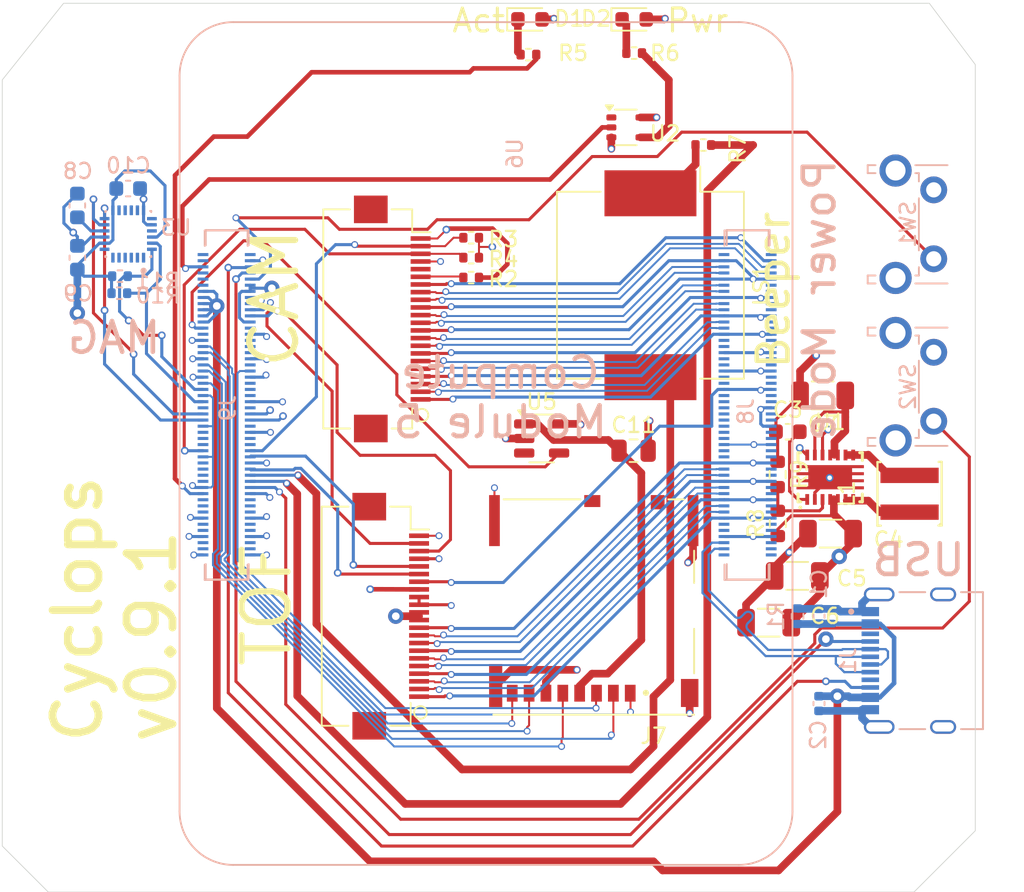
<source format=kicad_pcb>
(kicad_pcb (version 20240108) (generator "pcbnew") (generator_version "8.0")
  (layers (0 "F.Cu" signal) (1 "In1.Cu" power) (2 "In2.Cu" power) (31 "B.Cu" signal) (34 "B.Paste" user) (35 "F.Paste" user) (36 "B.SilkS" user "B.Silkscreen") (37 "F.SilkS" user "F.Silkscreen") (38 "B.Mask" user) (39 "F.Mask" user) (44 "Edge.Cuts" user))
  (net 0 "")
  (net 1 "GND")
  (net 2 "/CM5_GPIO ( Ethernet, GPIO, SDCARD)/VBAT")
  (net 3 "/CM5_HighSpeed/USBOTG_ID")
  (net 4 "/CM5_GPIO ( Ethernet, GPIO, SDCARD)/SD_PWR")
  (net 5 "/CM5_GPIO ( Ethernet, GPIO, SDCARD)/nRPIBOOT")
  (net 6 "/CM5_GPIO ( Ethernet, GPIO, SDCARD)/EEPROM_nWP")
  (net 7 "/CM5_GPIO ( Ethernet, GPIO, SDCARD)/SYNC_OUT")
  (net 8 "/+3.3v")
  (net 9 "/CM5_GPIO ( Ethernet, GPIO, SDCARD)/PMIC_ENABLE")
  (net 10 "/CM5_GPIO ( Ethernet, GPIO, SDCARD)/PWR_BUT")
  (net 11 "/CM5_GPIO ( Ethernet, GPIO, SDCARD)/WL_nDis")
  (net 12 "/CM5_GPIO ( Ethernet, GPIO, SDCARD)/BT_nDis")
  (net 13 "/+5v")
  (net 14 "/CM5_HighSpeed/PCIE_RX_N")
  (net 15 "/CM5_HighSpeed/PCIE_RX_P")
  (net 16 "/CM5_HighSpeed/PCIE_TX_N")
  (net 17 "/CM5_HighSpeed/PCIE_TX_P")
  (net 18 "/CM5_HighSpeed/PCIE_nCLKREQ")
  (net 19 "/CM5_HighSpeed/PCIE_CLK_N")
  (net 20 "/CM5_HighSpeed/PCIE_CLK_P")
  (net 21 "/CM5_HighSpeed/DPHY0_D0_N")
  (net 22 "/CM5_HighSpeed/DPHY0_D0_P")
  (net 23 "/CM5_HighSpeed/DPHY0_D1_N")
  (net 24 "/CM5_HighSpeed/DPHY0_D1_P")
  (net 25 "/CM5_HighSpeed/DPHY0_C_N")
  (net 26 "/CM5_HighSpeed/DPHY0_C_P")
  (net 27 "/CM5_HighSpeed/DPHY0_D2_N")
  (net 28 "/CM5_HighSpeed/DPHY0_D2_P")
  (net 29 "/CM5_HighSpeed/DPHY0_D3_N")
  (net 30 "/CM5_HighSpeed/DPHY0_D3_P")
  (net 31 "/CM5_GPIO ( Ethernet, GPIO, SDCARD)/CAM_GPIO0")
  (net 32 "/CM5_GPIO ( Ethernet, GPIO, SDCARD)/CAM_GPIO1")
  (net 33 "/CM5_HighSpeed/SCL0")
  (net 34 "/CM5_HighSpeed/SDA0")
  (net 35 "/CM5_GPIO ( Ethernet, GPIO, SDCARD)/ID_SC")
  (net 36 "/CM5_GPIO ( Ethernet, GPIO, SDCARD)/ID_SD")
  (net 37 "Net-(U1-VINA)")
  (net 38 "/CM5_GPIO ( Ethernet, GPIO, SDCARD)/SD_DAT1")
  (net 39 "/CM5_GPIO ( Ethernet, GPIO, SDCARD)/SD_DAT0")
  (net 40 "/CM5_GPIO ( Ethernet, GPIO, SDCARD)/SD_CLK")
  (net 41 "/CM5_GPIO ( Ethernet, GPIO, SDCARD)/SD_CMD")
  (net 42 "/CM5_GPIO ( Ethernet, GPIO, SDCARD)/SD_DAT3")
  (net 43 "/CM5_GPIO ( Ethernet, GPIO, SDCARD)/SD_DAT2")
  (net 44 "/CM5_GPIO ( Ethernet, GPIO, SDCARD)/GPIO2")
  (net 45 "/CM5_GPIO ( Ethernet, GPIO, SDCARD)/GPIO3")
  (net 46 "/CM5_GPIO ( Ethernet, GPIO, SDCARD)/GPIO4")
  (net 47 "/CM5_GPIO ( Ethernet, GPIO, SDCARD)/GPIO14")
  (net 48 "/CM5_GPIO ( Ethernet, GPIO, SDCARD)/GPIO15")
  (net 49 "/CM5_GPIO ( Ethernet, GPIO, SDCARD)/GPIO17")
  (net 50 "/CM5_GPIO ( Ethernet, GPIO, SDCARD)/GPIO18")
  (net 51 "/CM5_GPIO ( Ethernet, GPIO, SDCARD)/GPIO27")
  (net 52 "/CM5_GPIO ( Ethernet, GPIO, SDCARD)/GPIO23")
  (net 53 "/CM5_GPIO ( Ethernet, GPIO, SDCARD)/GPIO24")
  (net 54 "/CM5_GPIO ( Ethernet, GPIO, SDCARD)/GPIO10")
  (net 55 "/CM5_GPIO ( Ethernet, GPIO, SDCARD)/GPIO9")
  (net 56 "/CM5_GPIO ( Ethernet, GPIO, SDCARD)/GPIO25")
  (net 57 "/CM5_GPIO ( Ethernet, GPIO, SDCARD)/GPIO11")
  (net 58 "/CM5_GPIO ( Ethernet, GPIO, SDCARD)/GPIO8")
  (net 59 "/CM5_GPIO ( Ethernet, GPIO, SDCARD)/GPIO7")
  (net 60 "/CM5_GPIO ( Ethernet, GPIO, SDCARD)/GPIO5")
  (net 61 "/CM5_GPIO ( Ethernet, GPIO, SDCARD)/GPIO6")
  (net 62 "/CM5_GPIO ( Ethernet, GPIO, SDCARD)/GPIO12")
  (net 63 "/CM5_GPIO ( Ethernet, GPIO, SDCARD)/GPIO13")
  (net 64 "/CM5_GPIO ( Ethernet, GPIO, SDCARD)/GPIO19")
  (net 65 "/CM5_GPIO ( Ethernet, GPIO, SDCARD)/GPIO16")
  (net 66 "/CM5_GPIO ( Ethernet, GPIO, SDCARD)/GPIO26")
  (net 67 "/CM5_GPIO ( Ethernet, GPIO, SDCARD)/GPIO20")
  (net 68 "/CM5_GPIO ( Ethernet, GPIO, SDCARD)/GPIO21")
  (net 69 "/CM5_HighSpeed/HDMI1_HOTPLUG")
  (net 70 "/CM5_HighSpeed/HDMI1_SDA")
  (net 71 "/CM5_HighSpeed/HDMI1_SCL")
  (net 72 "/CM5_HighSpeed/HDMI1_CEC")
  (net 73 "/CM5_HighSpeed/HDMI1_CK_N")
  (net 74 "/CM5_HighSpeed/HDMI1_CK_P")
  (net 75 "/CM5_HighSpeed/HDMI1_D0_N")
  (net 76 "/CM5_HighSpeed/HDMI1_D0_P")
  (net 77 "/CM5_HighSpeed/HDMI1_D1_N")
  (net 78 "/CM5_HighSpeed/HDMI1_D1_P")
  (net 79 "/CM5_HighSpeed/HDMI1_D2_N")
  (net 80 "/CM5_HighSpeed/HDMI1_D2_P")
  (net 81 "/CC1")
  (net 82 "/USB2_P")
  (net 83 "/USB2_N")
  (net 84 "/CC2")
  (net 85 "/CM5_HighSpeed/USB3-0-D_N")
  (net 86 "/CM5_HighSpeed/USB3-0-D_P")
  (net 87 "/CM5_HighSpeed/USB3-0-RX_N")
  (net 88 "/CM5_HighSpeed/USB3-0-RX_P")
  (net 89 "/CM5_HighSpeed/USB3-0-TX_N")
  (net 90 "/CM5_HighSpeed/USB3-0-TX_P")
  (net 91 "/CM5_HighSpeed/USB3-1-D_N")
  (net 92 "/CM5_HighSpeed/USB3-1-D_P")
  (net 93 "/CM5_HighSpeed/USB3-1-RX_N")
  (net 94 "/CM5_HighSpeed/USB3-1-RX_P")
  (net 95 "/CM5_HighSpeed/USB3-1-TX_N")
  (net 96 "/CM5_HighSpeed/USB3-1-TX_P")
  (net 97 "/CM5_GPIO ( Ethernet, GPIO, SDCARD)/TACHO")
  (net 98 "/CM5_GPIO ( Ethernet, GPIO, SDCARD)/PWM")
  (net 99 "/CM5_HighSpeed/DPHY1_D0_N")
  (net 100 "/CM5_HighSpeed/DPHY1_D0_P")
  (net 101 "/CM5_HighSpeed/DPHY1_D1_N")
  (net 102 "/CM5_HighSpeed/DPHY1_D1_P")
  (net 103 "/CM5_HighSpeed/DPHY1_C_N")
  (net 104 "/CM5_HighSpeed/DPHY1_C_P")
  (net 105 "/CM5_HighSpeed/DPHY1_D2_N")
  (net 106 "/CM5_HighSpeed/DPHY1_D2_P")
  (net 107 "/CM5_HighSpeed/DPHY1_D3_N")
  (net 108 "/CM5_HighSpeed/DPHY1_D3_P")
  (net 110 "Net-(J3-Pin_17)")
  (net 111 "/CM5_HighSpeed/HDMI0_HOTPLUG")
  (net 112 "/CM5_HighSpeed/HDMI0_SDA")
  (net 113 "/CM5_HighSpeed/HDMI0_SCL")
  (net 114 "/CM5_HighSpeed/HDMI0_CEC")
  (net 115 "/CM5_HighSpeed/HDMI0_CK_N")
  (net 116 "/CM5_HighSpeed/HDMI0_CK_P")
  (net 117 "/CM5_HighSpeed/HDMI0_D0_N")
  (net 118 "/CM5_HighSpeed/HDMI0_D0_P")
  (net 119 "/CM5_HighSpeed/HDMI0_D1_N")
  (net 120 "/CM5_HighSpeed/HDMI0_D1_P")
  (net 121 "/CM5_HighSpeed/HDMI0_D2_N")
  (net 122 "/CM5_HighSpeed/HDMI0_D2_P")
  (net 123 "/CM5_GPIO ( Ethernet, GPIO, SDCARD)/TRD3_P")
  (net 124 "/CM5_GPIO ( Ethernet, GPIO, SDCARD)/TRD1_P")
  (net 125 "/CM5_GPIO ( Ethernet, GPIO, SDCARD)/TRD3_N")
  (net 126 "/CM5_GPIO ( Ethernet, GPIO, SDCARD)/TRD1_N")
  (net 127 "/CM5_GPIO ( Ethernet, GPIO, SDCARD)/TRD2_N")
  (net 128 "/CM5_GPIO ( Ethernet, GPIO, SDCARD)/TRD0_N")
  (net 129 "/CM5_GPIO ( Ethernet, GPIO, SDCARD)/TRD2_P")
  (net 130 "/CM5_GPIO ( Ethernet, GPIO, SDCARD)/TRD0_P")
  (net 131 "/CM5_GPIO ( Ethernet, GPIO, SDCARD)/ETH_LEDY")
  (net 132 "/CM5_GPIO ( Ethernet, GPIO, SDCARD)/ETH_LEDG")
  (net 137 "Net-(J9-LED_nACT)")
  (net 139 "/CM5_GPIO ( Ethernet, GPIO, SDCARD)/SD_PWR_ON")
  (net 140 "/CM5_GPIO ( Ethernet, GPIO, SDCARD)/nPWR_LED")
  (net 141 "/CM5_HighSpeed/PCIE_PWR_EN")
  (net 142 "/CM5_HighSpeed/PCIE_nWAKE")
  (net 143 "/CM5_HighSpeed/PCIE_nRST")
  (net 144 "/CM5_HighSpeed/VBUS_EN")
  (net 145 "Net-(D1-K)")
  (net 146 "Net-(D2-K)")
  (net 149 "Net-(LS1-Pad1)")
  (net 150 "Net-(R6-Pad2)")
  (net 154 "+5V")
  (net 155 "Net-(U3-REGOUT)")
  (net 157 "Net-(L1-Pad2)")
  (net 158 "Net-(L1-Pad1)")
  (net 159 "Net-(U1-FB)")
  (net 160 "/CM5_GPIO ( Ethernet, GPIO, SDCARD)/EN")
  (net 174 "/+1.8v")
  (net 175 "+3.3vLED")
  (footprint "Package_TO_SOT_SMD:SOT-23-5" (layer "F.Cu") (at 162.2 100.1)
    (property "Reference" "U5")
    (property "Value" "RT9742GGJ5")
  )
  (footprint "LED_SMD:LED_0603_1608Metric" (layer "F.Cu") (at 168.2375 72.75)
    (property "Reference" "D2")
    (property "Value" "LED Red")
  )
  (footprint "CM5IO:Hirose_FH12-22S-0.5SH_1x22-1MP_P0.50mm_Horizontal" (layer "F.Cu") (at 152.35 111.7 -90)
    (property "Reference" "J2")
    (property "Value" "Conn_01x22_Female")
  )
  (footprint "CM5IO:MountingHole_2.7mm_M2.5_DIN965" (layer "F.Cu") (at 132 125.2)
    (property "Reference" "H2" (hide yes))
    (property "Value" "MountingHole")
  )
  (footprint "Package_TO_SOT_SMD:SOT-353_SC-70-5" (layer "F.Cu") (at 167.7 79.8)
    (property "Reference" "U2")
    (property "Value" "74LVC1G07SE-7")
  )
  (footprint "Resistor_SMD:R_0402_1005Metric" (layer "F.Cu") (at 157.6 87 180)
    (property "Reference" "R3")
    (property "Value" "2.2K 1%")
  )
  (footprint "Resistor_SMD:R_0402_1005Metric" (layer "F.Cu") (at 168.2375 74.95)
    (property "Reference" "R6")
    (property "Value" "1k")
  )
  (footprint "Resistor_SMD:R_0603_1608Metric" (layer "F.Cu") (at 177.6 102.45 -90)
    (property "Reference" "R9")
    (property "Value" "180k")
  )
  (footprint "Capacitor_SMD:C_0805_2012Metric" (layer "F.Cu") (at 168.2 100.9)
    (property "Reference" "C11")
    (property "Value" "10u")
  )
  (footprint "Capacitor_SMD:C_1206_3216Metric" (layer "F.Cu") (at 177.015 112.12 180)
    (property "Reference" "C6")
    (property "Value" "22uF")
  )
  (footprint "Resistor_SMD:R_0402_1005Metric" (layer "F.Cu") (at 172.75 80.95 180)
    (property "Reference" "R7")
    (property "Value" "180")
  )
  (footprint "Resistor_SMD:R_0402_1005Metric" (layer "F.Cu") (at 157.6 89.6 180)
    (property "Reference" "R2")
    (property "Value" "2.2K 1%")
  )
  (footprint "Resistor_SMD:R_0402_1005Metric" (layer "F.Cu") (at 157.6 88.3 180)
    (property "Reference" "R4")
    (property "Value" "2.2K 1%")
  )
  (footprint "Capacitor_SMD:C_1206_3216Metric" (layer "F.Cu") (at 180.54 97.29 180)
    (property "Reference" "C7")
    (property "Value" "22uF")
  )
  (footprint "LED_SMD:LED_0603_1608Metric" (layer "F.Cu") (at 161.4375 72.75)
    (property "Reference" "D1")
    (property "Value" "LED Green")
  )
  (footprint "CM5IO:MountingHole_2.7mm_M2.5_DIN965" (layer "F.Cu") (at 185.4 76.2)
    (property "Reference" "H3" (hide yes))
    (property "Value" "MountingHole")
  )
  (footprint "Resistor_SMD:R_0402_1005Metric" (layer "F.Cu") (at 161.3375 75.05)
    (property "Reference" "R5")
    (property "Value" "1k")
  )
  (footprint "CM5IO:MountingHole_2.7mm_M2.5_DIN965" (layer "F.Cu") (at 132 76.2)
    (property "Reference" "H1" (hide yes))
    (property "Value" "MountingHole")
  )
  (footprint "Capacitor_SMD:C_0603_1608Metric" (layer "F.Cu") (at 178.265 99.66)
    (property "Reference" "C3")
    (property "Value" "100nF")
  )
  (footprint "Buzzer_Beeper:Buzzer_Mallory_AST1240MLQ" (layer "F.Cu") (at 169.3 90.1 -90)
    (property "Reference" "LS1")
    (property "Value" "KMTG1203")
  )
  (footprint "Capacitor_SMD:C_1206_3216Metric" (layer "F.Cu") (at 181.055 106.31 180)
    (property "Reference" "C4")
    (property "Value" "22uF")
  )
  (footprint "footprint:IND-SMD_L4.0-W4.0-A" (layer "F.Cu") (at 186.21 103.710102 90)
    (property "Reference" "L1")
    (property "Value" "XFL4020-152MEC")
  )
  (footprint "Capacitor_SMD:C_1206_3216Metric" (layer "F.Cu") (at 178.88 109.07 180)
    (property "Reference" "C5")
    (property "Value" "22uF")
  )
  (footprint "Resistor_SMD:R_0603_1608Metric" (layer "F.Cu") (at 177.61 105.645 90)
    (property "Reference" "R8")
    (property "Value" "1M")
  )
  (footprint "CM5IO:Hirose_FH12-22S-0.5SH_1x22-1MP_P0.50mm_Horizontal" (layer "F.Cu") (at 152.45 92.3 -90)
    (property "Reference" "J3")
    (property "Value" "Conn_01x22_Female")
  )
  (footprint "footprint:VSON-14_L4.0-W3.0-P0.50-BL-EP_TI_DSJ" (layer "F.Cu") (at 181.03 102.63)
    (property "Reference" "U1")
    (property "Value" "TPS63020DSJR")
  )
  (footprint "CM5IO:MountingHole_2.7mm_M2.5_DIN965" (layer "F.Cu") (at 185.4 125)
    (property "Reference" "H4" (hide yes))
    (property "Value" "MountingHole")
  )
  (footprint "CM5IO:SDCARD_MOLEX_503398-1892" (layer "F.Cu") (at 165.6 111.1 180)
    (property "Reference" "J7")
    (property "Value" "Micro_SD_Card_Det")
  )
  (footprint "CM5IO:Raspberry-Pi-5-Compute-Module" (layer "B.Cu") (at 142.07 76.43)
    (property "Reference" "U6")
    (property "Value" "~")
  )
  (footprint "Button_Switch_THT:SW_Tactile_SPST_Angled_PTS645Vx58-2LFS" (layer "B.Cu") (at 187.7875 88.375 90)
    (property "Reference" "SW1")
    (property "Value" "Right angle Tact button")
  )
  (footprint "Resistor_SMD:R_0402_1005Metric" (layer "B.Cu") (at 134.68 89.51)
    (property "Reference" "R11")
    (property "Value" "2.2K 1%")
  )
  (footprint "CM5IO:CM5_connector" (layer "B.Cu") (at 176.14 76.4)
    (property "Reference" "J8")
    (property "Value" "10164227-1001A1RLF" (hide yes))
  )
  (footprint "Capacitor_SMD:C_0603_1608Metric" (layer "B.Cu") (at 131.9 84.895 90)
    (property "Reference" "C8")
    (property "Value" "100nF")
  )
  (footprint "Capacitor_SMD:C_0402_1005Metric" (layer "B.Cu") (at 180.3 117.4 -90)
    (property "Reference" "C2")
    (property "Value" "100n")
  )
  (footprint "CM5IO:HRO_TYPE-C-31-M-12" (layer "B.Cu") (at 188.4 114.6 -90)
    (property "Reference" "J1")
    (property "Value" "TYPE-C-31-M-12")
  )
  (footprint "Resistor_SMD:R_0402_1005Metric" (layer "B.Cu") (at 134.64 90.62)
    (property "Reference" "R10")
    (property "Value" "2.2K 1%")
  )
  (footprint "Resistor_SMD:R_0402_1005Metric" (layer "B.Cu") (at 178.9 111.7 90)
    (property "Reference" "R1")
    (property "Value" "2.2K 1%")
  )
  (footprint "Capacitor_SMD:C_0603_1608Metric" (layer "B.Cu") (at 135.215 83.79)
    (property "Reference" "C10")
    (property "Value" "100nF")
  )
  (footprint "Capacitor_SMD:C_0603_1608Metric" (layer "B.Cu") (at 131.9 88.305 90)
    (property "Reference" "C9")
    (property "Value" "100nF")
  )
  (footprint "CM5IO:QFN40P300X300X105-24N" (layer "B.Cu") (at 135.22 86.755 90)
    (property "Reference" "U3")
    (property "Value" "ICM-20948")
  )
  (footprint "CM5IO:CM5_connector" (layer "B.Cu") (at 142.14 76.4)
    (property "Reference" "J9")
    (property "Value" "10164227-1001A1RLF" (hide yes))
  )
  (footprint "Capacitor_SMD:C_0402_1005Metric" (layer "B.Cu") (at 180.3 111.7 90)
    (property "Reference" "C1")
    (property "Value" "100n")
  )
  (footprint "Button_Switch_THT:SW_Tactile_SPST_Angled_PTS645Vx58-2LFS" (layer "B.Cu") (at 187.7875 98.975 90)
    (property "Reference" "SW2")
    (property "Value" "Right angle Tact button")
  )
  (gr_poly (pts (xy 131 71.7) (xy 187.5 71.7) (xy 190.5 75.7) (xy 190.5 125.7) (xy 186.5 129.7) (xy 130 129.7) (xy 127 126.7) (xy 127 76.7)) (stroke (width 0.05)) (fill none) (layer "Edge.Cuts"))
  (gr_text "MAG" (at 137.5 94.7 0) (layer "B.SilkS") (effects (font (size 2 2) (thickness 0.3)) (justify left bottom mirror)))
  (gr_text "Power" (at 181.5 81.7 90) (layer "B.SilkS") (effects (font (size 2 2) (thickness 0.3)) (justify left bottom mirror)))
  (gr_text "Mode" (at 181.5 92.45 90) (layer "B.SilkS") (effects (font (size 2 2) (thickness 0.3)) (justify left bottom mirror)))
  (gr_text "Compute\nModule 5" (at 159.5 100.2 0) (layer "B.SilkS") (effects (font (size 2 2) (thickness 0.3)) (justify bottom mirror)))
  (gr_text "USB" (at 190 109.2 0) (layer "B.SilkS") (effects (font (size 2 2) (thickness 0.3)) (justify left bottom mirror)))
  (gr_text "Cyclops\nv0.9.1\n" (at 138.5 120.2 90) (layer "F.SilkS") (effects (font (size 3 3) (thickness 0.5)) (justify left bottom)))
  (gr_text "Beeper" (at 178.5 95.7 90) (layer "F.SilkS") (effects (font (size 2 2) (thickness 0.3)) (justify left bottom)))
  (gr_text "TOF" (at 146 115.2 90) (layer "F.SilkS") (effects (font (size 3 3) (thickness 0.4)) (justify left bottom)))
  (gr_text "CAM" (at 146.5 95.7 90) (layer "F.SilkS") (effects (font (size 3 3) (thickness 0.4)) (justify left bottom)))
  (gr_text "Act" (at 156.25 73.7 0) (layer "F.SilkS") (effects (font (size 1.5 1.5) (thickness 0.2)) (justify left bottom)))
  (gr_text "Pwr" (at 170.25 73.7 0) (layer "F.SilkS") (effects (font (size 1.5 1.5) (thickness 0.2)) (justify left bottom)))
  (segment (start 175.54 110.935) (end 177.405 109.07) (width 0.5) (layer "F.Cu") (net 1))
  (segment (start 156.2 94.5) (end 156.15 94.55) (width 0.2) (layer "F.Cu") (net 1))
  (segment (start 156.3 90) (end 156 90) (width 0.2) (layer "F.Cu") (net 1))
  (segment (start 155.95 90.05) (end 154.3 90.05) (width 0.2) (layer "F.Cu") (net 1))
  (segment (start 172.08 107.87) (end 171.75 108.2) (width 0.5) (layer "F.Cu") (net 1))
  (segment (start 180.115 94.675) (end 180.12 94.67) (width 0.5) (layer "F.Cu") (net 1))
  (segment (start 177.6 99.77) (end 177.49 99.66) (width 0.2) (layer "F.Cu") (net 1))
  (segment (start 179.065 95.705) (end 179.085 95.705) (width 0.5) (layer "F.Cu") (net 1))
  (segment (start 156.25 109.45) (end 156.3 109.5) (width 0.2) (layer "F.Cu") (net 1))
  (segment (start 159.2 116.225) (end 160.225 115.2) (width 0.5) (layer "F.Cu") (net 1))
  (segment (start 162.48 115.97) (end 163.25 115.2) (width 0.5) (layer "F.Cu") (net 1))
  (segment (start 171.86 116.71) (end 171.86 118.03) (width 0.5) (layer "F.Cu") (net 1))
  (segment (start 154.2 110.95) (end 156.25 110.95) (width 0.2) (layer "F.Cu") (net 1))
  (segment (start 166.75 80.45) (end 166.75 81.2) (width 0.5) (layer "F.Cu") (net 1))
  (segment (start 159.12 105.46) (end 159.12 103.32) (width 0.13) (layer "F.Cu") (net 1))
  (segment (start 155.85 116.95) (end 154.2 116.95) (width 0.2) (layer "F.Cu") (net 1))
  (segment (start 154.3 88.55) (end 155.6 88.55) (width 0.13) (layer "F.Cu") (net 1))
  (segment (start 156.41 97.53) (end 156.39 97.55) (width 0.2) (layer "F.Cu") (net 1))
  (segment (start 154.2 109.45) (end 156.25 109.45) (width 0.2) (layer "F.Cu") (net 1))
  (segment (start 177.49 99.66) (end 177.49 98.865) (width 0.2) (layer "F.Cu") (net 1))
  (segment (start 154.2 110.95) (end 154.2 110.45) (width 0.2) (layer "F.Cu") (net 1))
  (segment (start 154.2 115.45) (end 156.25 115.45) (width 0.2) (layer "F.Cu") (net 1))
  (segment (start 177.49 98.865) (end 179.065 97.29) (width 0.2) (layer "F.Cu") (net 1))
  (segment (start 156.25 96.05) (end 156.3 96) (width 0.2) (layer "F.Cu") (net 1))
  (segment (start 180.995025 102.665025) (end 181.030025 102.630025) (width 0.2) (layer "F.Cu") (net 1))
  (segment (start 175.54 112.12) (end 175.54 110.935) (width 0.5) (layer "F.Cu") (net 1))
  (segment (start 156.25 91.55) (end 154.3 91.55) (width 0.2) (layer "F.Cu") (net 1))
  (segment (start 177.405 108.485) (end 178.355 107.535) (width 0.5) (layer "F.Cu") (net 1))
  (segment (start 156.25 110.95) (end 156.3 111) (width 0.2) (layer "F.Cu") (net 1))
  (segment (start 156.25 93.05) (end 154.3 93.05) (width 0.2) (layer "F.Cu") (net 1))
  (segment (start 172.08 105.46) (end 172.08 107.87) (width 0.5) (layer "F.Cu") (net 1))
  (segment (start 156.39 97.55) (end 154.3 97.55) (width 0.2) (layer "F.Cu") (net 1))
  (segment (start 180.030025 104.080114) (end 180.030025 103.630025) (width 0.2) (layer "F.Cu") (net 1))
  (segment (start 180.030025 103.630025) (end 180.995025 102.665025) (width 0.2) (layer "F.Cu") (net 1))
  (segment (start 177.405 109.07) (end 177.405 108.485) (width 0.5) (layer "F.Cu") (net 1))
  (segment (start 156.15 94.55) (end 154.3 94.55) (width 0.2) (layer "F.Cu") (net 1))
  (segment (start 163.25 115.2) (end 164.5 115.2) (width 0.5) (layer "F.Cu") (net 1))
  (segment (start 160.225 115.2) (end 163.25 115.2) (width 0.5) (layer "F.Cu") (net 1))
  (segment (start 156.25 112.45) (end 156.3 112.5) (width 0.2) (layer "F.Cu") (net 1))
  (segment (start 156.3 91.5) (end 156.25 91.55) (width 0.2) (layer "F.Cu") (net 1))
  (segment (start 156 90) (end 155.95 90.05) (width 0.2) (layer "F.Cu") (net 1))
  (segment (start 179.065 97.29) (end 179.065 95.705) (width 0.5) (layer "F.Cu") (net 1))
  (segment (start 177.6 101.625) (end 177.6 99.77) (width 0.2) (layer "F.Cu") (net 1))
  (segment (start 156.25 113.95) (end 156.3 114) (width 0.2) (layer "F.Cu") (net 1))
  (segment (start 156.2 116.9) (end 155.9 116.9) (width 0.2) (layer "F.Cu") (net 1))
  (segment (start 178.355 107.535) (end 179.58 106.31) (width 0.5) (layer "F.Cu") (net 1))
  (segment (start 169.15 100.9) (end 169.15 99.05) (width 0.5) (layer "F.Cu") (net 1))
  (segment (start 156.3 93) (end 156.25 93.05) (width 0.2) (layer "F.Cu") (net 1))
  (segment (start 154.2 113.95) (end 156.25 113.95) (width 0.2) (layer "F.Cu") (net 1))
  (segment (start 161.0625 100.1) (end 159.85 100.1) (width 0.5) (layer "F.Cu") (net 1))
  (segment (start 179.085 95.705) (end 180.115 94.675) (width 0.5) (layer "F.Cu") (net 1))
  (segment (start 154.3 96.05) (end 156.25 96.05) (width 0.2) (layer "F.Cu") (net 1))
  (segment (start 154.2 107.95) (end 155.5 107.95) (width 0.2) (layer "F.Cu") (net 1))
  (segment (start 156.3 94.5) (end 156.2 94.5) (width 0.2) (layer "F.Cu") (net 1))
  (segment (start 169.15 99.05) (end 169.25 98.95) (width 0.5) (layer "F.Cu") (net 1))
  (segment (start 162.48 116.725) (end 162.48 115.97) (width 0.5) (layer "F.Cu") (net 1))
  (segment (start 156.25 115.45) (end 156.3 115.5) (width 0.2) (layer "F.Cu") (net 1))
  (segment (start 155.9 116.9) (end 155.85 116.95) (width 0.2) (layer "F.Cu") (net 1))
  (segment (start 154.2 112.45) (end 156.25 112.45) (width 0.2) (layer "F.Cu") (net 1))
  (via (at 175.2 87) (size 0.45) (drill 0.3) (layers "F.Cu" "B.Cu") (net 1))
  (via (at 156.3 114) (size 0.45) (drill 0.3) (layers "F.Cu" "B.Cu") (net 1))
  (via (at 156.3 109.5) (size 0.45) (drill 0.3) (layers "F.Cu" "B.Cu") (net 1))
  (via (at 144 88.45) (size 0.45) (drill 0.3) (layers "F.Cu" "B.Cu") (net 1))
  (via (at 159.12 103.32) (size 0.45) (drill 0.3) (layers "F.Cu" "B.Cu") (net 1))
  (via (at 176.5 94.45) (size 0.45) (drill 0.3) (layers "F.Cu" "B.Cu") (net 1))
  (via (at 176.5 95.7) (size 0.45) (drill 0.3) (layers "F.Cu" "B.Cu") (net 1))
  (via (at 156.3 115.5) (size 0.45) (drill 0.3) (layers "F.Cu" "B.Cu") (net 1))
  (via (at 156.3 90) (size 0.45) (drill 0.3) (layers "F.Cu" "B.Cu") (net 1))
  (via (at 176 101.7) (size 0.45) (drill 0.3) (layers "F.Cu" "B.Cu") (net 1))
  (via (at 171.86 118.03) (size 0.45) (drill 0.3) (layers "F.Cu" "B.Cu") (net 1))
  (via (at 144.25 101.7) (size 0.45) (drill 0.3) (layers "F.Cu" "B.Cu") (net 1))
  (via (at 156.41 97.53) (size 0.45) (drill 0.3) (layers "F.Cu" "B.Cu") (net 1))
  (via (at 144.25 93.45) (size 0.45) (drill 0.3) (layers "F.Cu" "B.Cu") (net 1))
  (via (at 176 89.7) (size 0.45) (drill 0.3) (layers "F.Cu" "B.Cu") (net 1))
  (via (at 139.45 96.1) (size 0.45) (drill 0.3) (layers "F.Cu" "B.Cu") (net 1))
  (via (at 144.46 103.95) (size 0.45) (drill 0.3) (layers "F.Cu" "B.Cu") (net 1))
  (via (at 139.5 107.7) (size 0.45) (drill 0.3) (layers "F.Cu" "B.Cu") (net 1))
  (via (at 171.75 108.2) (size 0.45) (drill 0.3) (layers "F.Cu" "B.Cu") (net 1))
  (via (at 166.75 81.2) (size 0.45) (drill 0.3) (layers "F.Cu" "B.Cu") (net 1))
  (via (at 176 106.5) (size 0.45) (drill 0.3) (layers "F.Cu" "B.Cu") (net 1))
  (via (at 156.3 93) (size 0.45) (drill 0.3) (layers "F.Cu" "B.Cu") (net 1))
  (via (at 159.85 100.1) (size 0.45) (drill 0.3) (layers "F.Cu" "B.Cu") (net 1))
  (via (at 176.5 90.95) (size 0.45) (drill 0.3) (layers "F.Cu" "B.Cu") (net 1))
  (via (at 144.25 94.95) (size 0.45) (drill 0.3) (layers "F.Cu" "B.Cu") (net 1))
  (via (at 176 105.3) (size 0.45) (drill 0.3) (layers "F.Cu" "B.Cu") (net 1))
  (via (at 136.22 84.48) (size 0.5) (drill 0.3) (layers "F.Cu" "B.Cu") (net 1))
  (via (at 176.05 100.5) (size 0.45) (drill 0.3) (layers "F.Cu" "B.Cu") (net 1))
  (via (at 131.63 86.66) (size 0.5) (drill 0.3) (layers "F.Cu" "B.Cu") (net 1))
  (via (at 156.3 111) (size 0.45) (drill 0.3) (layers "F.Cu" "B.Cu") (net 1))
  (via (at 144.25 106.45) (size 0.45) (drill 0.3) (layers "F.Cu" "B.Cu") (net 1))
  (via (at 144.5 99.7) (size 0.45) (drill 0.3) (layers "F.Cu" "B.Cu") (net 1))
  (via (at 164.5 115.2) (size 0.45) (drill 0.3) (layers "F.Cu" "B.Cu") (net 1))
  (via (at 155.6 88.55) (size 0.45) (drill 0.3) (layers "F.Cu" "B.Cu") (net 1))
  (via (at 176 102.9) (size 0.45) (drill 0.3) (layers "F.Cu" "B.Cu") (net 1))
  (via (at 156.3 96) (size 0.45) (drill 0.3) (layers "F.Cu" "B.Cu") (net 1))
  (via (at 176 104.1) (size 0.45) (drill 0.3) (layers "F.Cu" "B.Cu") (net 1))
  (via (at 180.995025 102.665025) (size 0.5) (drill 0.3) (layers "F.Cu" "B.Cu") (net 1))
  (via (at 180.115 94.675) (size 0.5) (drill 0.3) (layers "F.Cu" "B.Cu") (net 1))
  (via (at 176.5 98.2) (size 0.45) (drill 0.3) (layers "F.Cu" "B.Cu") (net 1))
  (via (at 139.19 106.49) (size 0.45) (drill 0.3) (layers "F.Cu" "B.Cu") (net 1))
  (via (at 139.39 93.7) (size 0.45) (drill 0.3) (layers "F.Cu" "B.Cu") (net 1))
  (via (at 176.5 92.2) (size 0.45) (drill 0.3) (layers "F.Cu" "B.Cu") (net 1))
  (via (at 176.5 96.95) (size 0.45) (drill 0.3) (layers "F.Cu" "B.Cu") (net 1))
  (via (at 178.355 107.535) (size 0.5) (drill 0.3) (layers "F.Cu" "B.Cu") (net 1))
  (via (at 139.43 94.9) (size 0.45) (drill 0.3) (layers "F.Cu" "B.Cu") (net 1))
  (via (at 139.28 105.25) (size 0.45) (drill 0.3) (layers "F.Cu" "B.Cu") (net 1))
  (via (at 144.21 95.96) (size 0.45) (drill 0.3) (layers "F.Cu" "B.Cu") (net 1))
  (via (at 145.29 97.71) (size 0.45) (drill 0.3) (layers "F.Cu" "B.Cu") (net 1))
  (via (at 156.2 116.9) (size 0.45) (drill 0.3) (layers "F.Cu" "B.Cu") (net 1))
  (via (at 156.3 91.5) (size 0.45) (drill 0.3) (layers "F.Cu" "B.Cu") (net 1))
  (via (at 176.6 93.3) (size 0.45) (drill 0.3) (layers "F.Cu" "B.Cu") (net 1))
  (via (at 156.3 94.5) (size 0.45) (drill 0.3) (layers "F.Cu" "B.Cu") (net 1))
  (via (at 155.5 107.95) (size 0.45) (drill 0.3) (layers "F.Cu" "B.Cu") (net 1))
  (via (at 144.25 107.7) (size 0.45) (drill 0.3) (layers "F.Cu" "B.Cu") (net 1))
  (via (at 144.25 105.2) (size 0.45) (drill 0.3) (layers "F.Cu" "B.Cu") (net 1))
  (via (at 156.3 112.5) (size 0.45) (drill 0.3) (layers "F.Cu" "B.Cu") (net 1))
  (via (at 169.25 98.95) (size 0.45) (drill 0.3) (layers "F.Cu" "B.Cu") (net 1))
  (via (at 139.415 103.175) (size 0.45) (drill 0.3) (layers "F.Cu" "B.Cu") (net 1))
  (segment (start 144.15 105.3) (end 144.25 105.2) (width 0.2) (layer "B.Cu") (net 1))
  (segment (start 180.3 117.88) (end 183.03 117.88) (width 0.5) (layer "B.Cu") (net 1))
  (segment (start 131.63 86.66) (end 131.02 86.05) (width 0.2) (layer "B.Cu") (net 1))
  (segment (start 171.9 90.9) (end 168.3 94.5) (width 0.2) (layer "B.Cu") (net 1))
  (segment (start 140.1 99.3) (end 140.74 99.3) (width 0.13) (layer "B.Cu") (net 1))
  (segment (start 156.3 96) (end 168.7 96) (width 0.2) (layer "B.Cu") (net 1))
  (segment (start 177.2 88.5) (end 176.8 88.5) (width 0.2) (layer "B.Cu") (net 1))
  (segment (start 168.3 94.5) (end 156.3 94.5) (width 0.2) (layer "B.Cu") (net 1))
  (segment (start 169.3 97.4) (end 173.4 93.3) (width 0.2) (layer "B.Cu") (net 1))
  (segment (start 143.2 94.9) (end 144.2 94.9) (width 0.2) (layer "B.Cu") (net 1))
  (segment (start 139.28 105.25) (end 139.33 105.3) (width 0.2) (layer "B.Cu") (net 1))
  (segment (start 170.5 88.5) (end 167.5 91.5) (width 0.2) (layer "B.Cu") (net 1))
  (segment (start 140.58 97.3) (end 140.75 97.47) (width 0.13) (layer "B.Cu") (net 1))
  (segment (start 172.6 92.1) (end 174.12 92.1) (width 0.2) (layer "B.Cu") (net 1))
  (segment (start 173.4 93.3) (end 176.6 93.3) (width 0.2) (layer "B.Cu") (net 1))
  (segment (start 140.1 101.3) (end 140.75 101.3) (width 0.13) (layer "B.Cu") (net 1))
  (segment (start 145.28 97.7) (end 145.29 97.71) (width 0.2) (layer "B.Cu") (net 1))
  (segment (start 174.12 105.3) (end 173.3 105.3) (width 0.2) (layer "B.Cu") (net 1))
  (segment (start 140.75 99.29) (end 140.75 101.3) (width 0.13) (layer "B.Cu") (net 1))
  (segment (start 176.55 94.5) (end 176.5 94.45) (width 0.2) (layer "B.Cu") (net 1))
  (segment (start 139.415 103.175) (end 139.54 103.3) (width 0.2) (layer "B.Cu") (net 1))
  (segment (start 144.07 96.1) (end 144.21 95.96) (width 0.2) (layer "B.Cu") (net 1))
  (segment (start 136.765 86.155) (end 136.432148 86.155) (width 0.2) (layer "B.Cu") (net 1))
  (segment (start 143.2 96.1) (end 144.07 96.1) (width 0.2) (layer "B.Cu") (net 1))
  (segment (start 176.6 98.1) (end 176.5 98.2) (width 0.2) (layer "B.Cu") (net 1))
  (segment (start 174.12 105.3) (end 177.2 105.3) (width 0.2) (layer "B.Cu") (net 1))
  (segment (start 139.2 106.5) (end 140.12 106.5) (width 0.2) (layer "B.Cu") (net 1))
  (segment (start 131.9 86.93) (end 131.63 86.66) (width 0.2) (layer "B.Cu") (net 1))
  (segment (start 143.2 101.7) (end 144.25 101.7) (width 0.2) (layer "B.Cu") (net 1))
  (segment (start 132.805 86.955) (end 133.675 86.955) (width 0.2) (layer "B.Cu") (net 1))
  (segment (start 140.63 103.3) (end 140.1 103.3) (width 0.13) (layer "B.Cu") (net 1))
  (segment (start 131.9 87.53) (end 131.9 86.93) (width 0.2) (layer "B.Cu") (net 1))
  (segment (start 171.2 101.7) (end 174.12 101.7) (width 0.2) (layer "B.Cu") (net 1))
  (segment (start 183.11 110.855) (end 183.685 110.28) (width 0.5) (layer "B.Cu") (net 1))
  (segment (start 136.22 85.942852) (end 136.22 85.21) (width 0.2) (layer "B.Cu") (net 1))
  (segment (start 173.3 97.3) (end 173.7 96.9) (width 0.2) (layer "B.Cu") (net 1))
  (segment (start 143.2 93.3) (end 144.1 93.3) (width 0.2) (layer "B.Cu") (net 1))
  (segment (start 174.12 88.5) (end 170.5 88.5) (width 0.2) (layer "B.Cu") (net 1))
  (segment (start 156.3 109.5) (end 159.7 109.5) (width 0.2) (layer "B.Cu") (net 1))
  (segment (start 176.6 92.1) (end 176.5 92.2) (width 0.2) (layer "B.Cu") (net 1))
  (segment (start 140.75 103.18) (end 140.63 103.3) (width 0.13) (layer "B.Cu") (net 1))
  (segment (start 174.12 102.9) (end 177.2 102.9) (width 0.2) (layer "B.Cu") (net 1))
  (segment (start 177.2 96.9) (end 176.55 96.9) (width 0.2) (layer "B.Cu") (net 1))
  (segment (start 174.12 90.9) (end 176.45 90.9) (width 0.2) (layer "B.Cu") (net 1))
  (segment (start 173.3 105.3) (end 161.7 116.9) (width 0.2) (layer "B.Cu") (net 1))
  (segment (start 174.12 96.9) (end 176.45 96.9) (width 0.2) (layer "B.Cu") (net 1))
  (segment (start 139.43 94.9) (end 140.12 94.9) (width 0.2) (layer "B.Cu") (net 1))
  (segment (start 177.2 101.7) (end 176 101.7) (width 0.2) (layer "B.Cu") (net 1))
  (segment (start 167.3 90) (end 156.3 90) (width 0.2) (layer "B.Cu") (net 1))
  (segment (start 143.2 99.7) (end 144.5 99.7) (width 0.2) (layer "B.Cu") (net 1))
  (segment (start 176.65 99.3) (end 176.5 99.15) (width 0.2) (layer "B.Cu") (net 1))
  (segment (start 177.2 90.9) (end 176.55 90.9) (width 0.2) (layer "B.Cu") (net 1))
  (segment (start 183.11 111.4) (end 183.11 110.855) (width 0.5) (layer "B.Cu") (net 1))
  (segment (start 144.2 94.9) (end 144.25 94.95) (width 0.2) (layer "B.Cu") (net 1))
  (segment (start 160.4 112.5) (end 171.2 101.7) (width 0.2) (layer "B.Cu") (net 1))
  (segment (start 183.11 118.345) (end 183.685 118.92) (width 0.5) (layer "B.Cu") (net 1))
  (segment (start 144.2 106.5) (end 144.25 106.45) (width 0.2) (layer "B.Cu") (net 1))
  (segment (start 174.12 94.5) (end 176.45 94.5) (width 0.2) (layer "B.Cu") (net 1))
  (segment (start 140.12 107.7) (end 139.5 107.7) (width 0.2) (layer "B.Cu") (net 1))
  (segment (start 183.11 117.8) (end 183.11 118.345) (width 0.5) (layer "B.Cu") (net 1))
  (segment (start 156.54 97.4) (end 169.3 97.4) (width 0.2) (layer "B.Cu") (net 1))
  (segment (start 160.8 114) (end 171.9 102.9) (width 0.2) (layer "B.Cu") (net 1))
  (segment (start 174.12 95.7) (end 176.5 95.7) (width 0.2) (layer "B.Cu") (net 1))
  (segment (start 176.05 100.5) (end 174.1 100.5) (width 0.13) (layer "B.Cu") (net 1))
  (segment (start 176.55 96.9) (end 176.5 96.95) (width 0.2) (layer "B.Cu") (net 1))
  (segment (start 144.21 103.7) (end 144.46 103.95) (width 0.2) (layer "B.Cu") (net 1))
  (segment (start 131.9 87.53) (end 132.23 87.53) (width 0.2) (layer "B.Cu") (net 1))
  (segment (start 171.2 89.7) (end 167.9 93) (width 0.2) (layer "B.Cu") (net 1))
  (segment (start 161.7 116.9) (end 156.2 116.9) (width 0.2) (layer "B.Cu") (net 1))
  (segment (start 143.2 88.5) (end 143.95 88.5) (width 0.2) (layer "B.Cu") (net 1))
  (segment (start 180.3 111.22) (end 178.93 111.22) (width 0.5) (layer "B.Cu") (net 1))
  (segment (start 176.5 99.15) (end 176.5 98.2) (width 0.2) (layer "B.Cu") (net 1))
  (segment (start 140.75 101.3) (end 140.75 103.18) (width 0.13) (layer "B.Cu") (net 1))
  (segment (start 167.5 91.5) (end 156.3 91.5) (width 0.2) (layer "B.Cu") (net 1))
  (segment (start 177.18 100.5) (end 176.05 100.5) (width 0.13) (layer "B.Cu") (net 1))
  (segment (start 183.03 117.88) (end 183.11 117.8) (width 0.5) (layer "B.Cu") (net 1))
  (segment (start 140.12 93.7) (end 139.39 93.7) (width 0.2) (layer "B.Cu") (net 1))
  (segment (start 176.7 88.5) (end 175.2 87) (width 0.2) (layer "B.Cu") (net 1))
  (segment (start 178.93 111.22) (end 178.9 111.19) (width 0.5) (layer "B.Cu") (net 1))
  (segment (start 168.7 96) (end 172.6 92.1) (width 0.2) (layer "B.Cu") (net 1))
  (segment (start 176.45 90.9) (end 176.5 90.95) (width 0.2) (layer "B.Cu") (net 1))
  (segment (start 140.1 97.3) (end 140.58 97.3) (width 0.13) (layer "B.Cu") (net 1))
  (segment (start 156.3 112.5) (end 160.4 112.5) (width 0.2) (layer "B.Cu") (net 1))
  (segment (start 143.95 88.5) (end 144 88.45) (width 0.2) (layer "B.Cu") (net 1))
  (segment (start 177.2 94.5) (end 176.55 94.5) (width 0.2) (layer "B.Cu") (net 1))
  (segment (start 183.11 111.4) (end 181.7 111.4) (width 0.5) (layer "B.Cu") (net 1))
  (segment (start 161.2 115.5) (end 172.6 104.1) (width 0.2) (layer "B.Cu") (net 1))
  (segment (start 169.9 99.3) (end 173.3 99.3) (width 0.2) (layer "B.Cu") (net 1))
  (segment (start 170.3 87) (end 167.3 90) (width 0.2) (layer "B.Cu") (net 1))
  (segment (start 136.22 85.21) (end 136.22 84.48) (width 0.2) (layer "B.Cu") (net 1))
  (segment (start 177.2 89.7) (end 176.1 89.7) (width 0.2) (layer "B.Cu") (net 1))
  (segment (start 176.8 88.5) (end 176.7 88.5) (width 0.2) (layer "B.Cu") (net 1))
  (segment (start 144.1 93.3) (end 144.25 93.45) (width 0.2) (layer "B.Cu") (net 1))
  (segment (start 174.12 104.1) (end 177.2 104.1) (width 0.2) (layer "B.Cu") (net 1))
  (segment (start 176.55 90.9) (end 176.5 90.95) (width 0.2) (layer "B.Cu") (net 1))
  (segment (start 174.12 89.7) (end 176.1 89.7) (width 0.2) (layer "B.Cu") (net 1))
  (segment (start 174.12 106.5) (end 177.2 106.5) (width 0.2) (layer "B.Cu") (net 1))
  (segment (start 181.52 111.22) (end 180.3 111.22) (width 0.5) (layer "B.Cu") (net 1))
  (segment (start 174.12 90.9) (end 171.9 90.9) (width 0.2) (layer "B.Cu") (net 1))
  (segment (start 173.3 99.3) (end 173.3 97.3) (width 0.2) (layer "B.Cu") (net 1))
  (segment (start 143.2 105.3) (end 144.15 105.3) (width 0.2) (layer "B.Cu") (net 1))
  (segment (start 176.45 96.9) (end 176.5 96.95) (width 0.2) (layer "B.Cu") (net 1))
  (segment (start 136.432148 86.155) (end 136.22 85.942852) (width 0.2) (layer "B.Cu") (net 1))
  (segment (start 140.75 97.47) (end 140.75 99.29) (width 0.13) (layer "B.Cu") (net 1))
  (segment (start 159.7 109.5) (end 169.9 99.3) (width 0.2) (layer "B.Cu") (net 1))
  (segment (start 176.45 94.5) (end 176.5 94.45) (width 0.2) (layer "B.Cu") (net 1))
  (segment (start 139.54 103.3) (end 140.12 103.3) (width 0.2) (layer "B.Cu") (net 1))
  (segment (start 174.12 89.7) (end 171.2 89.7) (width 0.2) (layer "B.Cu") (net 1))
  (segment (start 181.7 111.4) (end 181.52 111.22) (width 0.5) (layer "B.Cu") (net 1))
  (segment (start 156.41 97.53) (end 156.54 97.4) (width 0.2) (layer "B.Cu") (net 1))
  (segment (start 176.1 89.7) (end 174.9 88.5) (width 0.2) (layer "B.Cu") (net 1))
  (segment (start 177.2 99.3) (end 176.65 99.3) (width 0.2) (layer "B.Cu") (net 1))
  (segment (start 177.2 95.7) (end 176.5 95.7) (width 0.2) (layer "B.Cu") (net 1))
  (segment (start 156.3 114) (end 160.8 114) (width 0.2) (layer "B.Cu") (net 1))
  (segment (start 131.02 85) (end 131.9 84.12) (width 0.2) (layer "B.Cu") (net 1))
  (segment (start 172.6 104.1) (end 174.12 104.1) (width 0.2) (layer "B.Cu") (net 1))
  (segment (start 167.9 93) (end 156.3 93) (width 0.2) (layer "B.Cu") (net 1))
  (segment (start 173.7 96.9) (end 174.12 96.9) (width 0.2) (layer "B.Cu") (net 1))
  (segment (start 174.12 92.1) (end 176.4 92.1) (width 0.2) (layer "B.Cu") (net 1))
  (segment (start 177.2 92.1) (end 176.6 92.1) (width 0.2) (layer "B.Cu") (net 1))
  (segment (start 132.23 87.53) (end 132.805 86.955) (width 0.2) (layer "B.Cu") (net 1))
  (segment (start 143.2 97.7) (end 145.28 97.7) (width 0.2) (layer "B.Cu") (net 1))
  (segment (start 176.4 92.1) (end 176.5 92.2) (width 0.2) (layer "B.Cu") (net 1))
  (segment (start 139.33 105.3) (end 140.12 105.3) (width 0.2) (layer "B.Cu") (net 1))
  (segment (start 131.02 86.05) (end 131.02 85) (width 0.2) (layer "B.Cu") (net 1))
  (segment (start 156.3 115.5) (end 161.2 115.5) (width 0.2) (layer "B.Cu") (net 1))
  (segment (start 136.22 84.02) (end 135.99 83.79) (width 0.2) (layer "B.Cu") (net 1))
  (segment (start 174.9 88.5) (end 174.12 88.5) (width 0.2) (layer "B.Cu") (net 1))
  (segment (start 143.2 107.7) (end 144.25 107.7) (width 0.2) (layer "B.Cu") (net 1))
  (segment (start 139.19 106.49) (end 139.2 106.5) (width 0.2) (layer "B.Cu") (net 1))
  (segment (start 175.2 87) (end 170.3 87) (width 0.2) (layer "B.Cu") (net 1))
  (segment (start 143.2 103.7) (end 144.21 103.7) (width 0.2) (layer "B.Cu") (net 1))
  (segment (start 143.2 106.5) (end 144.2 106.5) (width 0.2) (layer "B.Cu") (net 1))
  (segment (start 139.45 96.1) (end 140.12 96.1) (width 0.2) (layer "B.Cu") (net 1))
  (segment (start 140.74 99.3) (end 140.75 99.29) (width 0.13) (layer "B.Cu") (net 1))
  (segment (start 177.2 93.3) (end 176.6 93.3) (width 0.2) (layer "B.Cu") (net 1))
  (segment (start 171.9 102.9) (end 174.12 102.9) (width 0.2) (layer "B.Cu") (net 1))
  (segment (start 174.12 101.7) (end 176 101.7) (width 0.2) (layer "B.Cu") (net 1))
  (segment (start 136.22 84.48) (end 136.22 84.02) (width 0.2) (layer "B.Cu") (net 1))
  (segment (start 177.2 98.1) (end 176.6 98.1) (width 0.2) (layer "B.Cu") (net 1))
  (segment (start 166.55 100.2) (end 167.25 100.9) (width 0.5) (layer "F.Cu") (net 4))
  (segment (start 168.705 113.245) (end 168.705 102.355) (width 0.5) (layer "F.Cu") (net 4))
  (segment (start 168.705 102.355) (end 167.25 100.9) (width 0.5) (layer "F.Cu") (net 4))
  (segment (start 161.0625 99.15) (end 161.928382 99.15) (width 0.5) (layer "F.Cu") (net 4))
  (segment (start 164.68 116.725) (end 164.68 116.257437) (width 0.5) (layer "F.Cu") (net 4))
  (segment (start 166.5 115.45) (end 168.705 113.245) (width 0.5) (layer "F.Cu") (net 4))
  (segment (start 161.928382 99.15) (end 162.978382 100.2) (width 0.5) (layer "F.Cu") (net 4))
  (segment (start 165.487437 115.45) (end 166.5 115.45) (width 0.5) (layer "F.Cu") (net 4))
  (segment (start 162.978382 100.2) (end 166.55 100.2) (width 0.5) (layer "F.Cu") (net 4))
  (segment (start 164.68 116.257437) (end 165.487437 115.45) (width 0.5) (layer "F.Cu") (net 4))
  (segment (start 159.09 89.6) (end 158.11 89.6) (width 0.3) (layer "F.Cu") (net 8))
  (segment (start 159.96 87.37) (end 159.96 88.73) (width 0.3) (layer "F.Cu") (net 8))
  (segment (start 170.2 72.75) (end 170.25 72.7) (width 0.5) (layer "F.Cu") (net 8))
  (segment (start 162.95 72.75) (end 163 72.7) (width 0.5) (layer "F.Cu") (net 8))
  (segment (start 156.045 86.405) (end 158.995 86.405) (width 0.3) (layer "F.Cu") (net 8))
  (segment (start 163 72.7) (end 163.05 72.75) (width 0.13) (layer "F.Cu") (net 8))
  (segment (start 168.65 79.15) (end 169.7 79.15) (width 0.5) (layer "F.Cu") (net 8))
  (segment (start 159.96 88.73) (end 159.09 89.6) (width 0.3) (layer "F.Cu") (net 8))
  (segment (start 155.98 86.47) (end 156.045 86.405) (width 0.3) (layer "F.Cu") (net 8))
  (segment (start 164.7 99.15) (end 164.75 99.2) (width 0.5) (layer "F.Cu") (net 8))
  (segment (start 162.225 72.75) (end 162.95 72.75) (width 0.5) (layer "F.Cu") (net 8))
  (segment (start 155.98 86.47) (end 156 86.45) (width 0.13) (layer "F.Cu") (net 8))
  (segment (start 158.995 86.405) (end 159.96 87.37) (width 0.3) (layer "F.Cu") (net 8))
  (segment (start 154.3 87.05) (end 155.4 87.05) (width 0.13) (layer "F.Cu") (net 8))
  (segment (start 163.3375 99.15) (end 164.7 99.15) (width 0.5) (layer "F.Cu") (net 8))
  (segment (start 154.2 106.45) (end 155.5 106.45) (width 0.13) (layer "F.Cu") (net 8))
  (segment (start 169.025 72.75) (end 170.2 72.75) (width 0.5) (layer "F.Cu") (net 8))
  (segment (start 155.4 87.05) (end 155.98 86.47) (width 0.13) (layer "F.Cu") (net 8))
  (via (at 155.5 106.45) (size 0.45) (drill 0.3) (layers "F.Cu" "B.Cu") (net 8))
  (via (at 164.75 99.2) (size 0.45) (drill 0.3) (layers "F.Cu" "B.Cu") (net 8))
  (via (at 143.9 91.09) (size 0.45) (drill 0.3) (layers "F.Cu" "B.Cu") (net 8))
  (via (at 163 72.7) (size 0.45) (drill 0.3) (layers "F.Cu" "B.Cu") (net 8))
  (via (at 170.25 72.7) (size 0.45) (drill 0.3) (layers "F.Cu" "B.Cu") (net 8))
  (via (at 169.7 79.15) (size 0.45) (drill 0.3) (layers "F.Cu" "B.Cu") (net 8))
  (via (at 155.98 86.47) (size 0.5) (drill 0.3) (layers "F.Cu" "B.Cu") (net 8))
  (segment (start 143.9 91.09) (end 143.71 90.9) (width 0.2) (layer "B.Cu") (net 8))
  (segment (start 143.69 91.3) (end 143.2 91.3) (width 0.2) (layer "B.Cu") (net 8))
  (segment (start 143.9 91.09) (end 143.69 91.3) (width 0.2) (layer "B.Cu") (net 8))
  (segment (start 143.71 90.9) (end 143.2 90.9) (width 0.2) (layer "B.Cu") (net 8))
  (segment (start 149 86.45) (end 154.75 86.45) (width 0.2) (layer "F.Cu") (net 10))
  (segment (start 155.375 85.825) (end 161.375 85.825) (width 0.2) (layer "F.Cu") (net 10))
  (segment (start 142.25 85.7) (end 148.25 85.7) (width 0.2) (layer "F.Cu") (net 10))
  (segment (start 165.5 81.7) (end 169.75 81.7) (width 0.2) (layer "F.Cu") (net 10))
  (segment (start 148.25 85.7) (end 149 86.45) (width 0.2) (layer "F.Cu") (net 10))
  (segment (start 179.5225 80.11) (end 187.7875 88.375) (width 0.2) (layer "F.Cu") (net 10))
  (segment (start 161.375 85.825) (end 165.5 81.7) (width 0.2) (layer "F.Cu") (net 10))
  (segment (start 169.75 81.7) (end 171.34 80.11) (width 0.2) (layer "F.Cu") (net 10))
  (segment (start 154.75 86.45) (end 155.375 85.825) (width 0.2) (layer "F.Cu") (net 10))
  (segment (start 171.34 80.11) (end 179.5225 80.11) (width 0.2) (layer "F.Cu") (net 10))
  (via (at 142.25 85.7) (size 0.45) (drill 0.3) (layers "F.Cu" "B.Cu") (net 10))
  (segment (start 144.5 88.95) (end 144.5 87.95) (width 0.2) (layer "B.Cu") (net 10))
  (segment (start 143.75 89.7) (end 144.5 88.95) (width 0.2) (layer "B.Cu") (net 10))
  (segment (start 143.2 89.7) (end 143.75 89.7) (width 0.2) (layer "B.Cu") (net 10))
  (segment (start 144.5 87.95) (end 142.25 85.7) (width 0.2) (layer "B.Cu") (net 10))
  (segment (start 177.66 128.29) (end 170.09 128.29) (width 0.5) (layer "F.Cu") (net 13))
  (segment (start 141 117.7) (end 141 91.45) (width 0.5) (layer "F.Cu") (net 13))
  (segment (start 181.5 116.92) (end 181.5 124.45) (width 0.5) (layer "F.Cu") (net 13))
  (segment (start 169.5 127.7) (end 151 127.7) (width 0.5) (layer "F.Cu") (net 13))
  (segment (start 151 127.7) (end 141 117.7) (width 0.5) (layer "F.Cu") (net 13))
  (segment (start 181.5 124.45) (end 177.66 128.29) (width 0.5) (layer "F.Cu") (net 13))
  (segment (start 170.09 128.29) (end 169.5 127.7) (width 0.5) (layer "F.Cu") (net 13))
  (via (at 181.5 116.92) (size 1) (drill 0.5) (layers "F.Cu" "B.Cu") (net 13))
  (via (at 141 91.45) (size 1) (drill 0.5) (layers "F.Cu" "B.Cu") (net 13))
  (segment (start 140.45 90.9) (end 141 91.45) (width 0.2) (layer "B.Cu") (net 13))
  (segment (start 181.25 112.18) (end 181.5 112.18) (width 0.3) (layer "B.Cu") (net 13))
  (segment (start 140.12 91.7) (end 140.75 91.7) (width 0.2) (layer "B.Cu") (net 13))
  (segment (start 184.46 112.36) (end 185.2 113.1) (width 0.3) (layer "B.Cu") (net 13))
  (segment (start 178.9 112.21) (end 180.27 112.21) (width 0.5) (layer "B.Cu") (net 13))
  (segment (start 181.52 112.2) (end 183.11 112.2) (width 0.3) (layer "B.Cu") (net 13))
  (segment (start 140.85 91.3) (end 141 91.45) (width 0.2) (layer "B.Cu") (net 13))
  (segment (start 183.684999 117) (end 183.11 117) (width 0.3) (layer "B.Cu") (net 13))
  (segment (start 182.3 117) (end 183.11 117) (width 0.5) (layer "B.Cu") (net 13))
  (segment (start 185.2 116.07) (end 184.27 117) (width 0.3) (layer "B.Cu") (net 13))
  (segment (start 183.65 112.2) (end 184.290761 112.2) (width 0.3) (layer "B.Cu") (net 13))
  (segment (start 185.2 113.1) (end 185.2 116.07) (width 0.3) (layer "B.Cu") (net 13))
  (segment (start 181.5 116.92) (end 182.22 116.92) (width 0.5) (layer "B.Cu") (net 13))
  (segment (start 140.35 92.1) (end 141 91.45) (width 0.2) (layer "B.Cu") (net 13))
  (segment (start 184.450761 112.36) (end 184.46 112.36) (width 0.3) (layer "B.Cu") (net 13))
  (segment (start 182.22 116.92) (end 182.3 117) (width 0.5) (layer "B.Cu") (net 13))
  (segment (start 141 91.95) (end 141 91.45) (width 0.2) (layer "B.Cu") (net 13))
  (segment (start 140.8 90.5) (end 141 90.7) (width 0.2) (layer "B.Cu") (net 13))
  (segment (start 141 90.7) (end 141 91.45) (width 0.2) (layer "B.Cu") (net 13))
  (segment (start 140.12 92.5) (end 140.45 92.5) (width 0.2) (layer "B.Cu") (net 13))
  (segment (start 140.12 90.9) (end 140.45 90.9) (width 0.2) (layer "B.Cu") (net 13))
  (segment (start 180.27 112.21) (end 180.3 112.18) (width 0.5) (layer "B.Cu") (net 13))
  (segment (start 140.12 91.3) (end 140.85 91.3) (width 0.2) (layer "B.Cu") (net 13))
  (segment (start 140.12 90.5) (end 140.8 90.5) (width 0.2) (layer "B.Cu") (net 13))
  (segment (start 181.5 112.18) (end 181.52 112.2) (width 0.3) (layer "B.Cu") (net 13))
  (segment (start 140.12 92.1) (end 140.35 92.1) (width 0.2) (layer "B.Cu") (net 13))
  (segment (start 140.75 91.7) (end 141 91.45) (width 0.2) (layer "B.Cu") (net 13))
  (segment (start 184.290761 112.2) (end 184.450761 112.36) (width 0.3) (layer "B.Cu") (net 13))
  (segment (start 183.11 112.2) (end 183.532054 112.2) (width 0.3) (layer "B.Cu") (net 13))
  (segment (start 140.45 92.5) (end 141 91.95) (width 0.2) (layer "B.Cu") (net 13))
  (segment (start 180.3 116.92) (end 181.5 116.92) (width 0.5) (layer "B.Cu") (net 13))
  (segment (start 180.3 112.18) (end 181.25 112.18) (width 0.5) (layer "B.Cu") (net 13))
  (segment (start 184.27 117) (end 183.65 117) (width 0.3) (layer "B.Cu") (net 13))
  (segment (start 155.235001 116.39) (end 155.175001 116.45) (width 0.127) (layer "F.Cu") (net 21))
  (segment (start 155.41 116.39) (end 155.235001 116.39) (width 0.127) (layer "F.Cu") (net 21))
  (segment (start 155.51 116.49) (end 155.41 116.39) (width 0.127) (layer "F.Cu") (net 21))
  (segment (start 155.175001 116.45) (end 154.2 116.45) (width 0.127) (layer "F.Cu") (net 21))
  (via (at 155.51 116.49) (size 0.45) (drill 0.3) (layers "F.Cu" "B.Cu") (net 21))
  (segment (start 173.078702 104.89) (end 173.584999 104.89) (width 0.127) (layer "B.Cu") (net 21))
  (segment (start 173.594999 104.9) (end 174.12 104.9) (width 0.127) (layer "B.Cu") (net 21))
  (segment (start 155.51 116.49) (end 155.61 116.39) (width 0.127) (layer "B.Cu") (net 21))
  (segment (start 173.584999 104.89) (end 173.594999 104.9) (width 0.127) (layer "B.Cu") (net 21))
  (segment (start 155.61 116.39) (end 161.578702 116.39) (width 0.127) (layer "B.Cu") (net 21))
  (segment (start 161.578702 116.39) (end 173.078702 104.89) (width 0.127) (layer "B.Cu") (net 21))
  (segment (start 155.175001 115.95) (end 155.235001 116.01) (width 0.127) (layer "F.Cu") (net 22))
  (segment (start 155.235001 116.01) (end 155.757205 116.01) (width 0.127) (layer "F.Cu") (net 22))
  (segment (start 154.2 115.95) (end 155.175001 115.95) (width 0.127) (layer "F.Cu") (net 22))
  (segment (start 155.757205 116.01) (end 155.843705 115.9235) (width 0.127) (layer "F.Cu") (net 22))
  (via (at 155.843705 115.9235) (size 0.45) (drill 0.3) (layers "F.Cu" "B.Cu") (net 22))
  (segment (start 155.930205 116.01) (end 161.421298 116.01) (width 0.127) (layer "B.Cu") (net 22))
  (segment (start 173.584999 104.51) (end 173.594999 104.5) (width 0.127) (layer "B.Cu") (net 22))
  (segment (start 173.594999 104.5) (end 174.12 104.5) (width 0.127) (layer "B.Cu") (net 22))
  (segment (start 161.421298 116.01) (end 172.921298 104.51) (width 0.127) (layer "B.Cu") (net 22))
  (segment (start 172.921298 104.51) (end 173.584999 104.51) (width 0.127) (layer "B.Cu") (net 22))
  (segment (start 155.843705 115.9235) (end 155.930205 116.01) (width 0.127) (layer "B.Cu") (net 22))
  (segment (start 155.175001 114.95) (end 154.2 114.95) (width 0.127) (layer "F.Cu") (net 23))
  (segment (start 155.41 114.89) (end 155.235001 114.89) (width 0.127) (layer "F.Cu") (net 23))
  (segment (start 155.48 114.96) (end 155.41 114.89) (width 0.127) (layer "F.Cu") (net 23))
  (segment (start 155.235001 114.89) (end 155.175001 114.95) (width 0.127) (layer "F.Cu") (net 23))
  (via (at 155.48 114.96) (size 0.45) (drill 0.3) (layers "F.Cu" "B.Cu") (net 23))
  (segment (start 155.55 114.89) (end 161.178702 114.89) (width 0.127) (layer "B.Cu") (net 23))
  (segment (start 173.594999 103.7) (end 174.12 103.7) (width 0.127) (layer "B.Cu") (net 23))
  (segment (start 161.178702 114.89) (end 172.378702 103.69) (width 0.127) (layer "B.Cu") (net 23))
  (segment (start 155.48 114.96) (end 155.55 114.89) (width 0.127) (layer "B.Cu") (net 23))
  (segment (start 172.378702 103.69) (end 173.584999 103.69) (width 0.127) (layer "B.Cu") (net 23))
  (segment (start 173.584999 103.69) (end 173.594999 103.7) (width 0.127) (layer "B.Cu") (net 23))
  (segment (start 155.7135 114.51) (end 155.235001 114.51) (width 0.127) (layer "F.Cu") (net 24))
  (segment (start 155.235001 114.51) (end 155.175001 114.45) (width 0.127) (layer "F.Cu") (net 24))
  (segment (start 155.8 114.4235) (end 155.7135 114.51) (width 0.127) (layer "F.Cu") (net 24))
  (segment (start 155.175001 114.45) (end 154.2 114.45) (width 0.127) (layer "F.Cu") (net 24))
  (via (at 155.8 114.4235) (size 0.45) (drill 0.3) (layers "F.Cu" "B.Cu") (net 24))
  (segment (start 174.12 103.3) (end 173.594999 103.3) (width 0.127) (layer "B.Cu") (net 24))
  (segment (start 161.021298 114.51) (end 155.8865 114.51) (width 0.127) (layer "B.Cu") (net 24))
  (segment (start 172.221298 103.31) (end 161.021298 114.51) (width 0.127) (layer "B.Cu") (net 24))
  (segment (start 155.8865 114.51) (end 155.8 114.4235) (width 0.127) (layer "B.Cu") (net 24))
  (segment (start 173.594999 103.3) (end 173.584999 103.31) (width 0.127) (layer "B.Cu") (net 24))
  (segment (start 173.584999 103.31) (end 172.221298 103.31) (width 0.127) (layer "B.Cu") (net 24))
  (segment (start 155.235001 113.39) (end 155.175001 113.45) (width 0.127) (layer "F.Cu") (net 25))
  (segment (start 155.38 113.49) (end 155.28 113.39) (width 0.127) (layer "F.Cu") (net 25))
  (segment (start 155.175001 113.45) (end 154.2 113.45) (width 0.127) (layer "F.Cu") (net 25))
  (segment (start 155.28 113.39) (end 155.235001 113.39) (width 0.127) (layer "F.Cu") (net 25))
  (via (at 155.38 113.49) (size 0.45) (drill 0.3) (layers "F.Cu" "B.Cu") (net 25))
  (segment (start 173.594999 102.5) (end 174.12 102.5) (width 0.127) (layer "B.Cu") (net 25))
  (segment (start 155.48 113.39) (end 160.778702 113.39) (width 0.127) (layer "B.Cu") (net 25))
  (segment (start 173.584999 102.49) (end 173.594999 102.5) (width 0.127) (layer "B.Cu") (net 25))
  (segment (start 171.678702 102.49) (end 173.584999 102.49) (width 0.127) (layer "B.Cu") (net 25))
  (segment (start 160.778702 113.39) (end 171.678702 102.49) (width 0.127) (layer "B.Cu") (net 25))
  (segment (start 155.38 113.49) (end 155.48 113.39) (width 0.127) (layer "B.Cu") (net 25))
  (segment (start 155.8 112.9235) (end 155.7135 113.01) (width 0.127) (layer "F.Cu") (net 26))
  (segment (start 155.235001 113.01) (end 155.175001 112.95) (width 0.127) (layer "F.Cu") (net 26))
  (segment (start 155.175001 112.95) (end 154.2 112.95) (width 0.127) (layer "F.Cu") (net 26))
  (segment (start 155.7135 113.01) (end 155.235001 113.01) (width 0.127) (layer "F.Cu") (net 26))
  (via (at 155.8 112.9235) (size 0.45) (drill 0.3) (layers "F.Cu" "B.Cu") (net 26))
  (segment (start 173.594999 102.1) (end 173.584999 102.11) (width 0.127) (layer "B.Cu") (net 26))
  (segment (start 174.12 102.1) (end 173.594999 102.1) (width 0.127) (layer "B.Cu") (net 26))
  (segment (start 160.621298 113.01) (end 155.8865 113.01) (width 0.127) (layer "B.Cu") (net 26))
  (segment (start 155.8865 113.01) (end 155.8 112.9235) (width 0.127) (layer "B.Cu") (net 26))
  (segment (start 173.584999 102.11) (end 171.521298 102.11) (width 0.127) (layer "B.Cu") (net 26))
  (segment (start 171.521298 102.11) (end 160.621298 113.01) (width 0.127) (layer "B.Cu") (net 26))
  (segment (start 156.25 102.2) (end 156.25 106.7) (width 0.2) (layer "F.Cu") (net 33))
  (segment (start 150.35 101.2) (end 155.25 101.2) (width 0.2) (layer "F.Cu") (net 33))
  (segment (start 145.33 91.78) (end 148.85 95.3) (width 0.2) (layer "F.Cu") (net 33))
  (segment (start 155.5 107.45) (end 154.2 107.45) (width 0.2) (layer "F.Cu") (net 33))
  (segment (start 148.85 95.3) (end 148.85 99.7) (width 0.2) (layer "F.Cu") (net 33))
  (segment (start 156.25 106.7) (end 155.5 107.45) (width 0.2) (layer "F.Cu") (net 33))
  (segment (start 155.25 101.2) (end 156.25 102.2) (width 0.2) (layer "F.Cu") (net 33))
  (segment (start 148.85 99.7) (end 150.35 101.2) (width 0.2) (layer "F.Cu") (net 33))
  (segment (start 144.96 91.78) (end 145.33 91.78) (width 0.2) (layer "F.Cu") (net 33))
  (via (at 144.96 91.78) (size 0.45) (drill 0.3) (layers "F.Cu" "B.Cu") (net 33))
  (segment (start 144.35 92.1) (end 144.67 91.78) (width 0.2) (layer "B.Cu") (net 33))
  (segment (start 144.67 91.78) (end 144.96 91.78) (width 0.2) (layer "B.Cu") (net 33))
  (segment (start 143.2 92.1) (end 144.35 92.1) (width 0.2) (layer "B.Cu") (net 33))
  (segment (start 151 106.95) (end 154.2 106.95) (width 0.2) (layer "F.Cu") (net 34))
  (segment (start 144.275 91.925) (end 144.275 92.765) (width 0.2) (layer "F.Cu") (net 34))
  (segment (start 148.525 97.015) (end 148.525 104.475) (width 0.2) (layer "F.Cu") (net 34))
  (segment (start 144.275 92.765) (end 148.525 97.015) (width 0.2) (layer "F.Cu") (net 34))
  (segment (start 148.525 104.475) (end 151 106.95) (width 0.2) (layer "F.Cu") (net 34))
  (segment (start 144.5 91.230331) (end 144.5 91.7) (width 0.2) (layer "F.Cu") (net 34))
  (segment (start 144.5 91.7) (end 144.275 91.925) (width 0.2) (layer "F.Cu") (net 34))
  (via (at 144.5 91.230331) (size 0.45) (drill 0.3) (layers "F.Cu" "B.Cu") (net 34))
  (segment (start 143.2 91.7) (end 144.030331 91.7) (width 0.2) (layer "B.Cu") (net 34))
  (segment (start 144.030331 91.7) (end 144.5 91.230331) (width 0.2) (layer "B.Cu") (net 34))
  (segment (start 146.75 86.45) (end 148.35 88.05) (width 0.2) (layer "F.Cu") (net 35))
  (segment (start 157.09 88.3) (end 156.84 88.05) (width 0.13) (layer "F.Cu") (net 35))
  (segment (start 142.5 86.45) (end 146.75 86.45) (width 0.2) (layer "F.Cu") (net 35))
  (segment (start 138.875 90.075) (end 142.5 86.45) (width 0.2) (layer "F.Cu") (net 35))
  (segment (start 138.875 100.885) (end 138.875 90.075) (width 0.2) (layer "F.Cu") (net 35))
  (segment (start 148.35 88.05) (end 154.3 88.05) (width 0.2) (layer "F.Cu") (net 35))
  (segment (start 156.84 88.05) (end 154.3 88.05) (width 0.13) (layer "F.Cu") (net 35))
  (via (at 138.91 100.9) (size 0.5) (drill 0.3) (layers "F.Cu" "B.Cu") (net 35))
  (segment (start 140.1 100.9) (end 138.91 100.9) (width 0.2) (layer "B.Cu") (net 35))
  (segment (start 155.9 87.55) (end 154.3 87.55) (width 0.13) (layer "F.Cu") (net 36))
  (segment (start 150.1 87.55) (end 154.3 87.55) (width 0.2) (layer "F.Cu") (net 36))
  (segment (start 157.09 87) (end 156.45 87) (width 0.13) (layer "F.Cu") (net 36))
  (segment (start 150 87.45) (end 150.1 87.55) (width 0.2) (layer "F.Cu") (net 36))
  (segment (start 156.45 87) (end 155.9 87.55) (width 0.13) (layer "F.Cu") (net 36))
  (via (at 150 87.45) (size 0.45) (drill 0.3) (layers "F.Cu" "B.Cu") (net 36))
  (segment (start 147.5 88.7) (end 148.75 87.45) (width 0.2) (layer "B.Cu") (net 36))
  (segment (start 147.5 97.38) (end 147.5 88.7) (width 0.2) (layer "B.Cu") (net 36))
  (segment (start 143.98 100.9) (end 147.5 97.38) (width 0.2) (layer "B.Cu") (net 36))
  (segment (start 143.2 100.9) (end 143.98 100.9) (width 0.2) (layer "B.Cu") (net 36))
  (segment (start 148.75 87.45) (end 150 87.45) (width 0.2) (layer "B.Cu") (net 36))
  (segment (start 178.38 103.54) (end 178.38 100.32) (width 0.2) (layer "F.Cu") (net 37))
  (segment (start 179.529898 104.080114) (end 178.920114 104.080114) (width 0.2) (layer "F.Cu") (net 37))
  (segment (start 178.38 100.32) (end 179.04 99.66) (width 0.2) (layer "F.Cu") (net 37))
  (segment (start 178.920114 104.080114) (end 178.38 103.54) (width 0.2) (layer "F.Cu") (net 37))
  (segment (start 160.28 116.725) (end 160.28 118.67) (width 0.13) (layer "F.Cu") (net 38))
  (via (at 160.25 118.7) (size 0.45) (drill 0.3) (layers "F.Cu" "B.Cu") (net 38))
  (segment (start 141.84 107.625) (end 141.515 107.95) (width 0.13) (layer "B.Cu") (net 38))
  (segment (start 140.6 94.5) (end 141.745 95.645) (width 0.13) (layer "B.Cu") (net 38))
  (segment (start 141.515 107.95) (end 141.515 108.055624) (width 0.13) (layer "B.Cu") (net 38))
  (segment (start 141.84 96.04) (end 141.84 107.625) (width 0.13) (layer "B.Cu") (net 38))
  (segment (start 141.515 108.055624) (end 152.159376 118.7) (width 0.13) (layer "B.Cu") (net 38))
  (segment (start 141.745 95.945) (end 141.84 96.04) (width 0.13) (layer "B.Cu") (net 38))
  (segment (start 141.745 95.645) (end 141.745 95.945) (width 0.13) (layer "B.Cu") (net 38))
  (segment (start 152.159376 118.7) (end 160.25 118.7) (width 0.13) (layer "B.Cu") (net 38))
  (segment (start 140.12 94.5) (end 140.6 94.5) (width 0.13) (layer "B.Cu") (net 38))
  (segment (start 161.38 118.82) (end 161.38 116.725) (width 0.13) (layer "F.Cu") (net 39))
  (segment (start 161.25 118.95) (end 161.38 118.82) (width 0.13) (layer "F.Cu") (net 39))
  (segment (start 161.25 119.2) (end 161.25 118.95) (width 0.13) (layer "F.Cu") (net 39))
  (via (at 161.25 119.2) (size 0.45) (drill 0.3) (layers "F.Cu" "B.Cu") (net 39))
  (segment (start 140.460624 95.3) (end 141.585 96.424376) (width 0.13) (layer "B.Cu") (net 39))
  (segment (start 140.12 95.3) (end 140.460624 95.3) (width 0.13) (layer "B.Cu") (net 39))
  (segment (start 141.26 107.844376) (end 141.26 108.161248) (width 0.13) (layer "B.Cu") (net 39))
  (segment (start 141.585 96.424376) (end 141.585 107.519376) (width 0.13) (layer "B.Cu") (net 39))
  (segment (start 141.585 107.519376) (end 141.26 107.844376) (width 0.13) (layer "B.Cu") (net 39))
  (segment (start 141.26 108.161248) (end 152.298752 119.2) (width 0.13) (layer "B.Cu") (net 39))
  (segment (start 152.298752 119.2) (end 161.25 119.2) (width 0.13) (layer "B.Cu") (net 39))
  (segment (start 163.5 120.2) (end 163.5 119.7) (width 0.13) (layer "F.Cu") (net 40))
  (segment (start 163.58 119.62) (end 163.58 116.725) (width 0.13) (layer "F.Cu") (net 40))
  (segment (start 163.5 119.7) (end 163.58 119.62) (width 0.13) (layer "F.Cu") (net 40))
  (via (at 163.5 120.2) (size 0.45) (drill 0.3) (layers "F.Cu" "B.Cu") (net 40))
  (segment (start 140.6 96.5) (end 140.1 96.5) (width 0.13) (layer "B.Cu") (net 40))
  (segment (start 141.075 96.975) (end 140.6 96.5) (width 0.13) (layer "B.Cu") (net 40))
  (segment (start 141.075 107.308128) (end 141.075 96.975) (width 0.13) (layer "B.Cu") (net 40))
  (segment (start 163.5 120.2) (end 152.577504 120.2) (width 0.13) (layer "B.Cu") (net 40))
  (segment (start 140.75 107.633128) (end 141.075 107.308128) (width 0.13) (layer "B.Cu") (net 40))
  (segment (start 140.750001 107.844377) (end 140.75 107.633128) (width 0.13) (layer "B.Cu") (net 40))
  (segment (start 140.75 108.372496) (end 140.750001 107.844377) (width 0.13) (layer "B.Cu") (net 40))
  (segment (start 152.577504 120.2) (end 140.75 108.372496) (width 0.13) (layer "B.Cu") (net 40))
  (segment (start 165.75 117.7) (end 165.75 116.755) (width 0.13) (layer "F.Cu") (net 41))
  (segment (start 165.75 116.755) (end 165.78 116.725) (width 0.13) (layer "F.Cu") (net 41))
  (via (at 165.75 117.7) (size 0.45) (drill 0.3) (layers "F.Cu" "B.Cu") (net 41))
  (segment (start 142.35 108.05) (end 152 117.7) (width 0.13) (layer "B.Cu") (net 41))
  (segment (start 142.5 95.7) (end 142.35 95.85) (width 0.13) (layer "B.Cu") (net 41))
  (segment (start 152 117.7) (end 165.75 117.7) (width 0.13) (layer "B.Cu") (net 41))
  (segment (start 143.2 95.7) (end 142.5 95.7) (width 0.13) (layer "B.Cu") (net 41))
  (segment (start 142.35 95.85) (end 142.35 108.05) (width 0.13) (layer "B.Cu") (net 41))
  (segment (start 166.88 119.32) (end 166.88 116.725) (width 0.13) (layer "F.Cu") (net 42))
  (segment (start 166.75 119.45) (end 166.88 119.32) (width 0.13) (layer "F.Cu") (net 42))
  (via (at 166.75 119.45) (size 0.45) (drill 0.3) (layers "F.Cu" "B.Cu") (net 42))
  (segment (start 140.12 95.7) (end 140.5 95.7) (width 0.13) (layer "B.Cu") (net 42))
  (segment (start 152.438128 119.7) (end 166.75 119.7) (width 0.13) (layer "B.Cu") (net 42))
  (segment (start 141.33 96.53) (end 141.33 107.413752) (width 0.13) (layer "B.Cu") (net 42))
  (segment (start 141.005 108.266872) (end 152.438128 119.7) (width 0.13) (layer "B.Cu") (net 42))
  (segment (start 141.33 107.413752) (end 141.005 107.738752) (width 0.13) (layer "B.Cu") (net 42))
  (segment (start 140.5 95.7) (end 141.33 96.53) (width 0.13) (layer "B.Cu") (net 42))
  (segment (start 141.005 107.738752) (end 141.005 108.266872) (width 0.13) (layer "B.Cu") (net 42))
  (segment (start 166.75 119.7) (end 166.75 119.45) (width 0.13) (layer "B.Cu") (net 42))
  (segment (start 168 117.95) (end 168 116.745) (width 0.13) (layer "F.Cu") (net 43))
  (segment (start 168 116.745) (end 167.98 116.725) (width 0.13) (layer "F.Cu") (net 43))
  (via (at 168 117.95) (size 0.45) (drill 0.3) (layers "F.Cu" "B.Cu") (net 43))
  (segment (start 142 95.839376) (end 142.095 95.934376) (width 0.13) (layer "B.Cu") (net 43))
  (segment (start 142.095 108.275) (end 151.935 118.115) (width 0.13) (layer "B.Cu") (net 43))
  (segment (start 151.935 118.115) (end 167.835 118.115) (width 0.13) (layer "B.Cu") (net 43))
  (segment (start 140.560624 94.1) (end 142 95.539376) (width 0.13) (layer "B.Cu") (net 43))
  (segment (start 167.835 118.115) (end 168 117.95) (width 0.13) (layer "B.Cu") (net 43))
  (segment (start 140.12 94.1) (end 140.560624 94.1) (width 0.13) (layer "B.Cu") (net 43))
  (segment (start 142 95.539376) (end 142 95.839376) (width 0.13) (layer "B.Cu") (net 43))
  (segment (start 142.095 95.934376) (end 142.095 108.275) (width 0.13) (layer "B.Cu") (net 43))
  (segment (start 136.22 93.37) (end 135.25 92.4) (width 0.2) (layer "F.Cu") (net 47))
  (segment (start 137.41 93.37) (end 136.22 93.37) (width 0.2) (layer "F.Cu") (net 47))
  (via (at 137.41 93.37) (size 0.5) (drill 0.3) (layers "F.Cu" "B.Cu") (net 47))
  (via (at 135.25 92.4) (size 0.5) (drill 0.3) (layers "F.Cu" "B.Cu") (net 47))
  (segment (start 134.96 89.51) (end 135.19 89.51) (width 0.2) (layer "B.Cu") (net 47))
  (segment (start 135.19 89.51) (end 136.32 89.51) (width 0.2) (layer "B.Cu") (net 47))
  (segment (start 137.41 94.76) (end 137.41 93.37) (width 0.2) (layer "B.Cu") (net 47))
  (segment (start 136.765 89.065) (end 136.765 87.755) (width 0.2) (layer "B.Cu") (net 47))
  (segment (start 134.655 89.815) (end 134.96 89.51) (width 0.2) (layer "B.Cu") (net 47))
  (segment (start 140.1 96.9) (end 139.55 96.9) (width 0.2) (layer "B.Cu") (net 47))
  (segment (start 134.655 91.805) (end 134.655 89.815) (width 0.2) (layer "B.Cu") (net 47))
  (segment (start 139.55 96.9) (end 137.41 94.76) (width 0.2) (layer "B.Cu") (net 47))
  (segment (start 136.32 89.51) (end 136.765 89.065) (width 0.2) (layer "B.Cu") (net 47))
  (segment (start 135.25 92.4) (end 134.655 91.805) (width 0.2) (layer "B.Cu") (net 47))
  (segment (start 136.41 90.62) (end 135.15 90.62) (width 0.2) (layer "B.Cu") (net 48))
  (segment (start 136.765 87.355) (end 137.097852 87.355) (width 0.2) (layer "B.Cu") (net 48))
  (segment (start 137.31 87.567148) (end 137.31 89.72) (width 0.2) (layer "B.Cu") (net 48))
  (segment (start 137.097852 87.355) (end 137.31 87.567148) (width 0.2) (layer "B.Cu") (net 48))
  (segment (start 139.55 97.7) (end 136.41 94.56) (width 0.2) (layer "B.Cu") (net 48))
  (segment (start 137.31 89.72) (end 136.41 90.62) (width 0.2) (layer "B.Cu") (net 48))
  (segment (start 140.1 97.7) (end 139.55 97.7) (width 0.2) (layer "B.Cu") (net 48))
  (segment (start 136.41 94.56) (end 136.41 90.62) (width 0.2) (layer "B.Cu") (net 48))
  (segment (start 179.529898 101.179936) (end 179.499936 101.179936) (width 0.2) (layer "F.Cu") (net 51))
  (segment (start 179.499936 101.179936) (end 179.04 100.72) (width 0.2) (layer "F.Cu") (net 51))
  (via (at 144.48 98.25) (size 0.5) (drill 0.3) (layers "F.Cu" "B.Cu") (net 51))
  (via (at 179.04 100.72) (size 0.5) (drill 0.3) (layers "F.Cu" "B.Cu") (net 51))
  (segment (start 144.24 98.5) (end 144.24 98.49) (width 0.2) (layer "B.Cu") (net 51))
  (segment (start 144.24 98.49) (end 144.48 98.25) (width 0.2) (layer "B.Cu") (net 51))
  (segment (start 143.18 98.5) (end 144.24 98.5) (width 0.2) (layer "B.Cu") (net 51))
  (segment (start 135.57 94.53) (end 135.57 94.6) (width 0.2) (layer "F.Cu") (net 52))
  (segment (start 132.95 91.91) (end 135.57 94.53) (width 0.2) (layer "F.Cu") (net 52))
  (segment (start 132.95 84.49) (end 132.95 91.91) (width 0.2) (layer "F.Cu") (net 52))
  (via (at 135.57 94.6) (size 0.5) (drill 0.3) (layers "F.Cu" "B.Cu") (net 52))
  (via (at 132.95 84.49) (size 0.5) (drill 0.3) (layers "F.Cu" "B.Cu") (net 52))
  (segment (start 135.57 95.9) (end 138.17 98.5) (width 0.2) (layer "B.Cu") (net 52))
  (segment (start 133.675 86.155) (end 133.342148 86.155) (width 0.2) (layer "B.Cu") (net 52))
  (segment (start 133.342148 86.155) (end 132.95 85.762852) (width 0.2) (layer "B.Cu") (net 52))
  (segment (start 135.57 94.6) (end 135.57 95.9) (width 0.2) (layer "B.Cu") (net 52))
  (segment (start 132.95 85.762852) (end 132.95 84.49) (width 0.2) (layer "B.Cu") (net 52))
  (segment (start 138.17 98.5) (end 140.1 98.5) (width 0.2) (layer "B.Cu") (net 52))
  (segment (start 133.675 91.705) (end 133.675 91.74) (width 0.2) (layer "F.Cu") (net 53))
  (segment (start 133.675 91.74) (end 133.675 91.775) (width 0.2) (layer "F.Cu") (net 53))
  (segment (start 133.675 85.075) (end 133.675 91.705) (width 0.2) (layer "F.Cu") (net 53))
  (via (at 133.675 91.74) (size 0.5) (drill 0.3) (layers "F.Cu" "B.Cu") (net 53))
  (via (at 133.675 85.075) (size 0.5) (drill 0.3) (layers "F.Cu" "B.Cu") (net 53))
  (segment (start 137.33 98.9) (end 140.1 98.9) (width 0.2) (layer "B.Cu") (net 53))
  (segment (start 133.675 85.755) (end 133.675 85.075) (width 0.2) (layer "B.Cu") (net 53))
  (segment (start 133.675 95.245) (end 137.33 98.9) (width 0.2) (layer "B.Cu") (net 53))
  (segment (start 133.675 91.775) (end 133.675 95.245) (width 0.2) (layer "B.Cu") (net 53))
  (segment (start 154.2 108.45) (end 150.01 108.45) (width 0.2) (layer "F.Cu") (net 60))
  (segment (start 150.01 108.45) (end 149.91 108.35) (width 0.2) (layer "F.Cu") (net 60))
  (via (at 149.91 108.35) (size 0.5) (drill 0.3) (layers "F.Cu" "B.Cu") (net 60))
  (segment (start 143.18 101.3) (end 143.23 101.25) (width 0.2) (layer "B.Cu") (net 60))
  (segment (start 149.91 104.37) (end 149.91 108.35) (width 0.2) (layer "B.Cu") (net 60))
  (segment (start 146.79 101.25) (end 149.91 104.37) (width 0.2) (layer "B.Cu") (net 60))
  (segment (start 143.23 101.25) (end 146.79 101.25) (width 0.2) (layer "B.Cu") (net 60))
  (segment (start 154.2 108.95) (end 148.97 108.95) (width 0.2) (layer "F.Cu") (net 61))
  (segment (start 148.97 108.95) (end 148.89 108.87) (width 0.2) (layer "F.Cu") (net 61))
  (via (at 148.89 108.87) (size 0.5) (drill 0.3) (layers "F.Cu" "B.Cu") (net 61))
  (segment (start 146.113603 102.05) (end 146.486397 102.05) (width 0.2) (layer "B.Cu") (net 61))
  (segment (start 143.18 102.1) (end 143.23 102.15) (width 0.2) (layer "B.Cu") (net 61))
  (segment (start 148.89 104.453603) (end 148.89 108.87) (width 0.2) (layer "B.Cu") (net 61))
  (segment (start 146.013603 102.15) (end 146.113603 102.05) (width 0.2) (layer "B.Cu") (net 61))
  (segment (start 143.23 102.15) (end 146.013603 102.15) (width 0.2) (layer "B.Cu") (net 61))
  (segment (start 146.486397 102.05) (end 148.89 104.453603) (width 0.2) (layer "B.Cu") (net 61))
  (segment (start 169.5 116.95) (end 170.595 115.855) (width 0.5) (layer "F.Cu") (net 63))
  (segment (start 147.5 103.7) (end 147.5 112.2) (width 0.5) (layer "F.Cu") (net 63))
  (segment (start 170.595 115.855) (end 170.595 97.395) (width 0.5) (layer "F.Cu") (net 63))
  (segment (start 168 121.7) (end 169.5 120.2) (width 0.5) (layer "F.Cu") (net 63))
  (segment (start 157 121.7) (end 168 121.7) (width 0.5) (layer "F.Cu") (net 63))
  (segment (start 169.5 120.2) (end 169.5 116.95) (width 0.5) (layer "F.Cu") (net 63))
  (segment (start 147.5 112.2) (end 157 121.7) (width 0.5) (layer "F.Cu") (net 63))
  (segment (start 170.595 97.395) (end 169.3 96.1) (width 0.5) (layer "F.Cu") (net 63))
  (segment (start 146.3 102.5) (end 147.5 103.7) (width 0.5) (layer "F.Cu") (net 63))
  (via (at 146.3 102.5) (size 0.45) (drill 0.3) (layers "F.Cu" "B.Cu") (net 63))
  (segment (start 143.18 102.5) (end 146.3 102.5) (width 0.2) (layer "B.Cu") (net 63))
  (segment (start 146.25 116.9) (end 153.3 123.95) (width 0.5) (layer "F.Cu") (net 64))
  (segment (start 167.353883 123.95) (end 173.01 118.293883) (width 0.5) (layer "F.Cu") (net 64))
  (segment (start 146.25 103.72) (end 146.25 116.9) (width 0.5) (layer "F.Cu") (net 64))
  (segment (start 145.56 103.03) (end 146.25 103.72) (width 0.5) (layer "F.Cu") (net 64))
  (segment (start 153.3 123.95) (end 167.353883 123.95) (width 0.5) (layer "F.Cu") (net 64))
  (segment (start 173.01 118.293883) (end 173.01 83.94) (width 0.5) (layer "F.Cu") (net 64))
  (segment (start 173.01 83.94) (end 176 80.95) (width 0.5) (layer "F.Cu") (net 64))
  (segment (start 176 80.95) (end 173.26 80.95) (width 0.5) (layer "F.Cu") (net 64))
  (via (at 145.56 103.03) (size 0.45) (drill 0.3) (layers "F.Cu" "B.Cu") (net 64))
  (segment (start 145.43 102.9) (end 145.56 103.03) (width 0.2) (layer "B.Cu") (net 64))
  (segment (start 143.2 102.9) (end 145.43 102.9) (width 0.2) (layer "B.Cu") (net 64))
  (segment (start 190.11 110.73) (end 190.11 101.2975) (width 0.2) (layer "F.Cu") (net 66))
  (segment (start 145.5 104) (end 145.5 117.45) (width 0.2) (layer "F.Cu") (net 66))
  (segment (start 180.025 113.46538) (end 180.025 112.896195) (width 0.2) (layer "F.Cu") (net 66))
  (segment (start 145.09 103.59) (end 145.5 104) (width 0.2) (layer "F.Cu") (net 66))
  (segment (start 180.449695 112.4715) (end 188.3685 112.4715) (width 0.2) (layer "F.Cu") (net 66))
  (segment (start 153 124.95) (end 168.54038 124.95) (width 0.2) (layer "F.Cu") (net 66))
  (segment (start 180.025 112.896195) (end 180.449695 112.4715) (width 0.2) (layer "F.Cu") (net 66))
  (segment (start 190.11 101.2975) (end 187.7875 98.975) (width 0.2) (layer "F.Cu") (net 66))
  (segment (start 145.5 117.45) (end 153 124.95) (width 0.2) (layer "F.Cu") (net 66))
  (segment (start 188.3685 112.4715) (end 190.11 110.73) (width 0.2) (layer "F.Cu") (net 66))
  (segment (start 168.54038 124.95) (end 180.025 113.46538) (width 0.2) (layer "F.Cu") (net 66))
  (via (at 145.09 103.59) (size 0.45) (drill 0.3) (layers "F.Cu" "B.Cu") (net 66))
  (segment (start 143.2 103.3) (end 144.8 103.3) (width 0.2) (layer "B.Cu") (net 66))
  (segment (start 144.8 103.3) (end 145.09 103.59) (width 0.2) (layer "B.Cu") (net 66))
  (segment (start 142.25 115.95) (end 152.25 125.95) (width 0.2) (layer "F.Cu") (net 81))
  (segment (start 142.25 111.45) (end 142.25 115.95) (width 0.2) (layer "F.Cu") (net 81))
  (segment (start 142.25 89.7) (end 142.25 90.7) (width 0.2) (layer "F.Cu") (net 81))
  (segment (start 180.75 113.2) (end 180.75 113.1965) (width 0.2) (layer "F.Cu") (net 81))
  (segment (start 168 125.95) (end 180.75 113.2) (width 0.2) (layer "F.Cu") (net 81))
  (segment (start 152.25 125.95) (end 168 125.95) (width 0.2) (layer "F.Cu") (net 81))
  (segment (start 142.25 90.7) (end 142.25 111.45) (width 0.2) (layer "F.Cu") (net 81))
  (via (at 180.75 113.1965) (size 1) (drill 0.5) (layers "F.Cu" "B.Cu") (net 81))
  (via (at 142.25 89.7) (size 0.5) (drill 0.3) (layers "F.Cu" "B.Cu") (net 81))
  (segment (start 142.65 89.3) (end 142.25 89.7) (width 0.2) (layer "B.Cu") (net 81))
  (segment (start 143.2 89.3) (end 142.65 89.3) (width 0.2) (layer "B.Cu") (net 81))
  (segment (start 180.75 113.1965) (end 180.9035 113.35) (width 0.2) (layer "B.Cu") (net 81))
  (segment (start 180.9035 113.35) (end 183.11 113.35) (width 0.2) (layer "B.Cu") (net 81))
  (segment (start 181.4 114.3) (end 176.817156 114.3) (width 0.147) (layer "B.Cu") (net 82))
  (segment (start 181.4 114.3) (end 181.797499 114.3) (width 0.147) (layer "B.Cu") (net 82))
  (segment (start 181.95 115.35) (end 183.65 115.35) (width 0.147) (layer "B.Cu") (net 82))
  (segment (start 181.4 114.8) (end 181.95 115.35) (width 0.147) (layer "B.Cu") (net 82))
  (segment (start 176.817156 114.3) (end 172.7 110.182844) (width 0.147) (layer "B.Cu") (net 82))
  (segment (start 173.317156 106.9) (end 174.12 106.9) (width 0.147) (layer "B.Cu") (net 82))
  (segment (start 181.847499 114.35) (end 183.65 114.35) (width 0.147) (layer "B.Cu") (net 82))
  (segment (start 172.7 110.182844) (end 172.7 107.517156) (width 0.147) (layer "B.Cu") (net 82))
  (segment (start 181.797499 114.3) (end 181.847499 114.35) (width 0.147) (layer "B.Cu") (net 82))
  (segment (start 181.4 114.3) (end 181.4 114.8) (width 0.147) (layer "B.Cu") (net 82))
  (segment (start 172.7 107.517156) (end 173.317156 106.9) (width 0.147) (layer "B.Cu") (net 82))
  (segment (start 175.232983 111.725875) (end 175.459422 111.499437) (width 0.147) (layer "B.Cu") (net 83))
  (segment (start 176.982844 113.9) (end 181.797499 113.9) (width 0.147) (layer "B.Cu") (net 83))
  (segment (start 182.71 113.85) (end 183.65 113.85) (width 0.147) (layer "B.Cu") (net 83))
  (segment (start 184.65 113.85) (end 184.8 114) (width 0.147) (layer "B.Cu") (net 83))
  (segment (start 181.797499 113.9) (end 181.847499 113.85) (width 0.147) (layer "B.Cu") (net 83))
  (segment (start 183.65 113.85) (end 184.65 113.85) (width 0.147) (layer "B.Cu") (net 83))
  (segment (start 184.8 114) (end 184.8 114.417) (width 0.147) (layer "B.Cu") (net 83))
  (segment (start 173.1 107.682844) (end 173.1 110.017156) (width 0.147) (layer "B.Cu") (net 83))
  (segment (start 173.1 110.017156) (end 174.808719 111.725875) (width 0.147) (layer "B.Cu") (net 83))
  (segment (start 175.657246 112.574402) (end 175.657247 112.574403) (width 0.147) (layer "B.Cu") (net 83))
  (segment (start 173.482844 107.3) (end 173.1 107.682844) (width 0.147) (layer "B.Cu") (net 83))
  (segment (start 184.8 114.417) (end 184.367 114.85) (width 0.147) (layer "B.Cu") (net 83))
  (segment (start 175.657247 112.574403) (end 175.791694 112.70885) (width 0.147) (layer "B.Cu") (net 83))
  (segment (start 175.883686 111.923701) (end 175.657246 112.150138) (width 0.147) (layer "B.Cu") (net 83))
  (segment (start 175.791694 112.70885) (end 176.982844 113.9) (width 0.147) (layer "B.Cu") (net 83))
  (segment (start 181.847499 113.85) (end 182.71 113.85) (width 0.147) (layer "B.Cu") (net 83))
  (segment (start 184.367 114.85) (end 183.65 114.85) (width 0.147) (layer "B.Cu") (net 83))
  (segment (start 174.12 107.3) (end 173.482844 107.3) (width 0.147) (layer "B.Cu") (net 83))
  (arc (start 175.459422 111.499437) (mid 175.671554 111.411569) (end 175.883686 111.499437) (width 0.147) (layer "B.Cu") (net 83))
  (arc (start 174.808719 111.725875) (mid 175.020851 111.813743) (end 175.232983 111.725875) (width 0.147) (layer "B.Cu") (net 83))
  (arc (start 175.883686 111.499437) (mid 175.971554 111.711569) (end 175.883686 111.923701) (width 0.147) (layer "B.Cu") (net 83))
  (arc (start 175.657246 112.150138) (mid 175.569378 112.36227) (end 175.657246 112.574402) (width 0.147) (layer "B.Cu") (net 83))
  (segment (start 178.89 115.95) (end 168.14 126.7) (width 0.2) (layer "F.Cu") (net 84))
  (segment (start 141.75 116.7) (end 141.75 88.95) (width 0.2) (layer "F.Cu") (net 84))
  (segment (start 180.75 115.95) (end 178.89 115.95) (width 0.2) (layer "F.Cu") (net 84))
  (segment (start 168.14 126.7) (end 151.75 126.7) (width 0.2) (layer "F.Cu") (net 84))
  (segment (start 151.75 126.7) (end 141.75 116.7) (width 0.2) (layer "F.Cu") (net 84))
  (via (at 141.75 88.95) (size 0.5) (drill 0.3) (layers "F.Cu" "B.Cu") (net 84))
  (via (at 180.75 115.95) (size 0.5) (drill 0.3) (layers "F.Cu" "B.Cu") (net 84))
  (segment (start 143.15 88.95) (end 143.2 88.9) (width 0.2) (layer "B.Cu") (net 84))
  (segment (start 182.4 116.35) (end 182 115.95) (width 0.2) (layer "B.Cu") (net 84))
  (segment (start 182 115.95) (end 180.75 115.95) (width 0.2) (layer "B.Cu") (net 84))
  (segment (start 141.75 88.95) (end 143.15 88.95) (width 0.2) (layer "B.Cu") (net 84))
  (segment (start 183.11 116.35) (end 182.4 116.35) (width 0.2) (layer "B.Cu") (net 84))
  (segment (start 155.37 96.99) (end 155.335001 96.99) (width 0.127) (layer "F.Cu") (net 99))
  (segment (start 155.275001 97.05) (end 154.3 97.05) (width 0.127) (layer "F.Cu") (net 99))
  (segment (start 155.335001 96.99) (end 155.275001 97.05) (width 0.127) (layer "F.Cu") (net 99))
  (segment (start 155.46 97.08) (end 155.37 96.99) (width 0.127) (layer "F.Cu") (net 99))
  (via (at 155.46 97.08) (size 0.45) (drill 0.3) (layers "F.Cu" "B.Cu") (net 99))
  (segment (start 155.46 97.08) (end 155.55 96.99) (width 0.127) (layer "B.Cu") (net 99))
  (segment (start 155.55 96.99) (end 169.078702 96.99) (width 0.127) (layer "B.Cu") (net 99))
  (segment (start 173.594999 92.9) (end 174.12 92.9) (width 0.127) (layer "B.Cu") (net 99))
  (segment (start 173.178702 92.89) (end 173.584999 92.89) (width 0.127) (layer "B.Cu") (net 99))
  (segment (start 169.078702 96.99) (end 173.178702 92.89) (width 0.127) (layer "B.Cu") (net 99))
  (segment (start 173.584999 92.89) (end 173.594999 92.9) (width 0.127) (layer "B.Cu") (net 99))
  (segment (start 155.7135 96.61) (end 155.335001 96.61) (width 0.127) (layer "F.Cu") (net 100))
  (segment (start 155.275001 96.55) (end 154.3 96.55) (width 0.127) (layer "F.Cu") (net 100))
  (segment (start 155.335001 96.61) (end 155.275001 96.55) (width 0.127) (layer "F.Cu") (net 100))
  (segment (start 155.8 96.5235) (end 155.7135 96.61) (width 0.127) (layer "F.Cu") (net 100))
  (via (at 155.8 96.5235) (size 0.45) (drill 0.3) (layers "F.Cu" "B.Cu") (net 100))
  (segment (start 168.921298 96.61) (end 173.021298 92.51) (width 0.127) (layer "B.Cu") (net 100))
  (segment (start 155.8 96.5235) (end 155.8865 96.61) (width 0.127) (layer "B.Cu") (net 100))
  (segment (start 173.021298 92.51) (end 173.584999 92.51) (width 0.127) (layer "B.Cu") (net 100))
  (segment (start 173.584999 92.51) (end 173.594999 92.5) (width 0.127) (layer "B.Cu") (net 100))
  (segment (start 173.594999 92.5) (end 174.12 92.5) (width 0.127) (layer "B.Cu") (net 100))
  (segment (start 155.8865 96.61) (end 168.921298 96.61) (width 0.127) (layer "B.Cu") (net 100))
  (segment (start 155.65 95.59) (end 155.55 95.49) (width 0.127) (layer "F.Cu") (net 101))
  (segment (start 155.55 95.49) (end 155.335001 95.49) (width 0.127) (layer "F.Cu") (net 101))
  (segment (start 155.275001 95.55) (end 154.3 95.55) (width 0.127) (layer "F.Cu") (net 101))
  (segment (start 155.335001 95.49) (end 155.275001 95.55) (width 0.127) (layer "F.Cu") (net 101))
  (via (at 155.65 95.59) (size 0.45) (drill 0.3) (layers "F.Cu" "B.Cu") (net 101))
  (segment (start 155.65 95.59) (end 155.75 95.49) (width 0.127) (layer "B.Cu") (net 101))
  (segment (start 172.278702 91.69) (end 173.584999 91.69) (width 0.127) (layer "B.Cu") (net 101))
  (segment (start 168.478702 95.49) (end 172.278702 91.69) (width 0.127) (layer "B.Cu") (net 101))
  (segment (start 173.584999 91.69) (end 173.594999 91.7) (width 0.127) (layer "B.Cu") (net 101))
  (segment (start 173.594999 91.7) (end 174.12 91.7) (width 0.127) (layer "B.Cu") (net 101))
  (segment (start 155.75 95.49) (end 168.478702 95.49) (width 0.127) (layer "B.Cu") (net 101))
  (segment (start 155.335001 95.11) (end 155.7135 95.11) (width 0.127) (layer "F.Cu") (net 102))
  (segment (start 154.3 95.05) (end 155.275001 95.05) (width 0.127) (layer "F.Cu") (net 102))
  (segment (start 155.7135 95.11) (end 155.8 95.0235) (width 0.127) (layer "F.Cu") (net 102))
  (segment (start 155.275001 95.05) (end 155.335001 95.11) (width 0.127) (layer "F.Cu") (net 102))
  (via (at 155.8 95.0235) (size 0.45) (drill 0.3) (layers "F.Cu" "B.Cu") (net 102))
  (segment (start 173.584999 91.31) (end 173.594999 91.3) (width 0.127) (layer "B.Cu") (net 102))
  (segment (start 155.8865 95.11) (end 168.321298 95.11) (width 0.127) (layer "B.Cu") (net 102))
  (segment (start 155.8 95.0235) (end 155.8865 95.11) (width 0.127) (layer "B.Cu") (net 102))
  (segment (start 173.594999 91.3) (end 174.12 91.3) (width 0.127) (layer "B.Cu") (net 102))
  (segment (start 168.321298 95.11) (end 172.121298 91.31) (width 0.127) (layer "B.Cu") (net 102))
  (segment (start 172.121298 91.31) (end 173.584999 91.31) (width 0.127) (layer "B.Cu") (net 102))
  (segment (start 155.44 93.99) (end 155.335001 93.99) (width 0.127) (layer "F.Cu") (net 103))
  (segment (start 155.54 94.09) (end 155.44 93.99) (width 0.127) (layer "F.Cu") (net 103))
  (segment (start 155.335001 93.99) (end 155.275001 94.05) (width 0.127) (layer "F.Cu") (net 103))
  (segment (start 155.275001 94.05) (end 154.3 94.05) (width 0.127) (layer "F.Cu") (net 103))
  (via (at 155.54 94.09) (size 0.45) (drill 0.3) (layers "F.Cu" "B.Cu") (net 103))
  (segment (start 173.594999 90.5) (end 174.12 90.5) (width 0.127) (layer "B.Cu") (net 103))
  (segment (start 155.54 94.09) (end 155.64 93.99) (width 0.127) (layer "B.Cu") (net 103))
  (segment (start 155.64 93.99) (end 168.078702 93.99) (width 0.127) (layer "B.Cu") (net 103))
  (segment (start 171.578702 90.49) (end 173.584999 90.49) (width 0.127) (layer "B.Cu") (net 103))
  (segment (start 168.078702 93.99) (end 171.578702 90.49) (width 0.127) (layer "B.Cu") (net 103))
  (segment (start 173.584999 90.49) (end 173.594999 90.5) (width 0.127) (layer "B.Cu") (net 103))
  (segment (start 154.3 93.55) (end 155.275001 93.55) (width 0.127) (layer "F.Cu") (net 104))
  (segment (start 155.335001 93.61) (end 155.7135 93.61) (width 0.127) (layer "F.Cu") (net 104))
  (segment (start 155.275001 93.55) (end 155.335001 93.61) (width 0.127) (layer "F.Cu") (net 104))
  (segment (start 155.7135 93.61) (end 155.8 93.5235) (width 0.127) (layer "F.Cu") (net 104))
  (via (at 155.8 93.5235) (size 0.45) (drill 0.3) (layers "F.Cu" "B.Cu") (net 104))
  (segment (start 155.8 93.5235) (end 155.8865 93.61) (width 0.127) (layer "B.Cu") (net 104))
  (segment (start 171.421298 90.11) (end 173.584999 90.11) (width 0.127) (layer "B.Cu") (net 104))
  (segment (start 173.584999 90.11) (end 173.594999 90.1) (width 0.127) (layer "B.Cu") (net 104))
  (segment (start 167.921298 93.61) (end 171.421298 90.11) (width 0.127) (layer "B.Cu") (net 104))
  (segment (start 155.8865 93.61) (end 167.921298 93.61) (width 0.127) (layer "B.Cu") (net 104))
  (segment (start 173.594999 90.1) (end 174.12 90.1) (width 0.127) (layer "B.Cu") (net 104))
  (segment (start 155.56 92.49) (end 155.335001 92.49) (width 0.127) (layer "F.Cu") (net 105))
  (segment (start 155.335001 92.49) (end 155.275001 92.55) (width 0.127) (layer "F.Cu") (net 105))
  (segment (start 155.275001 92.55) (end 154.3 92.55) (width 0.127) (layer "F.Cu") (net 105))
  (segment (start 155.65 92.58) (end 155.56 92.49) (width 0.127) (layer "F.Cu") (net 105))
  (via (at 155.65 92.58) (size 0.45) (drill 0.3) (layers "F.Cu" "B.Cu") (net 105))
  (segment (start 155.65 92.58) (end 155.74 92.49) (width 0.127) (layer "B.Cu") (net 105))
  (segment (start 173.584999 89.29) (end 173.594999 89.3) (width 0.127) (layer "B.Cu") (net 105))
  (segment (start 155.74 92.49) (end 167.678702 92.49) (width 0.127) (layer "B.Cu") (net 105))
  (segment (start 167.678702 92.49) (end 170.878702 89.29) (width 0.127) (layer "B.Cu") (net 105))
  (segment (start 170.878702 89.29) (end 173.584999 89.29) (width 0.127) (layer "B.Cu") (net 105))
  (segment (start 173.594999 89.3) (end 174.12 89.3) (width 0.127) (layer "B.Cu") (net 105))
  (segment (start 155.335001 92.11) (end 155.740554 92.11) (width 0.127) (layer "F.Cu") (net 106))
  (segment (start 154.3 92.05) (end 155.275001 92.05) (width 0.127) (layer "F.Cu") (net 106))
  (segment (start 155.740554 92.11) (end 155.827054 92.0235) (width 0.127) (layer "F.Cu") (net 106))
  (segment (start 155.275001 92.05) (end 155.335001 92.11) (width 0.127) (layer "F.Cu") (net 106))
  (via (at 155.827054 92.0235) (size 0.45) (drill 0.3) (layers "F.Cu" "B.Cu") (net 106))
  (segment (start 173.584999 88.91) (end 173.594999 88.9) (width 0.127) (layer "B.Cu") (net 106))
  (segment (start 173.594999 88.9) (end 174.12 88.9) (width 0.127) (layer "B.Cu") (net 106))
  (segment (start 167.521298 92.11) (end 170.721298 88.91) (width 0.127) (layer "B.Cu") (net 106))
  (segment (start 155.913554 92.11) (end 167.521298 92.11) (width 0.127) (layer "B.Cu") (net 106))
  (segment (start 170.721298 88.91) (end 173.584999 88.91) (width 0.127) (layer "B.Cu") (net 106))
  (segment (start 155.827054 92.0235) (end 155.913554 92.11) (width 0.127) (layer "B.Cu") (net 106))
  (segment (start 155.61 90.99) (end 155.335001 90.99) (width 0.127) (layer "F.Cu") (net 107))
  (segment (start 155.7 91.08) (end 155.61 90.99) (width 0.127) (layer "F.Cu") (net 107))
  (segment (start 155.335001 90.99) (end 155.275001 91.05) (width 0.127) (layer "F.Cu") (net 107))
  (segment (start 155.275001 91.05) (end 154.3 91.05) (width 0.127) (layer "F.Cu") (net 107))
  (via (at 155.7 91.08) (size 0.45) (drill 0.3) (layers "F.Cu" "B.Cu") (net 107))
  (segment (start 155.79 90.99) (end 167.278702 90.99) (width 0.127) (layer "B.Cu") (net 107))
  (segment (start 174.821298 87.69) (end 176.421298 89.29) (width 0.127) (layer "B.Cu") (net 107))
  (segment (start 176.674999 89.3) (end 177.2 89.3) (width 0.127) (layer "B.Cu") (net 107))
  (segment (start 176.664999 89.29) (end 176.674999 89.3) (width 0.127) (layer "B.Cu") (net 107))
  (segment (start 170.578702 87.69) (end 174.821298 87.69) (width 0.127) (layer "B.Cu") (net 107))
  (segment (start 176.421298 89.29) (end 176.664999 89.29) (width 0.127) (layer "B.Cu") (net 107))
  (segment (start 167.278702 90.99) (end 170.578702 87.69) (width 0.127) (layer "B.Cu") (net 107))
  (segment (start 155.7 91.08) (end 155.79 90.99) (width 0.127) (layer "B.Cu") (net 107))
  (segment (start 155.275001 90.55) (end 155.335001 90.61) (width 0.127) (layer "F.Cu") (net 108))
  (segment (start 155.335001 90.61) (end 155.857205 90.61) (width 0.127) (layer "F.Cu") (net 108))
  (segment (start 155.857205 90.61) (end 155.943705 90.5235) (width 0.127) (layer "F.Cu") (net 108))
  (segment (start 154.3 90.55) (end 155.275001 90.55) (width 0.127) (layer "F.Cu") (net 108))
  (via (at 155.943705 90.5235) (size 0.45) (drill 0.3) (layers "F.Cu" "B.Cu") (net 108))
  (segment (start 155.943705 90.5235) (end 156.030205 90.61) (width 0.127) (layer "B.Cu") (net 108))
  (segment (start 176.674999 88.9) (end 177.2 88.9) (width 0.127) (layer "B.Cu") (net 108))
  (segment (start 167.121298 90.61) (end 170.331298 87.4) (width 0.127) (layer "B.Cu") (net 108))
  (segment (start 170.331298 87.4) (end 175.068702 87.4) (width 0.127) (layer "B.Cu") (net 108))
  (segment (start 175.068702 87.4) (end 176.578702 88.91) (width 0.127) (layer "B.Cu") (net 108))
  (segment (start 176.664999 88.91) (end 176.674999 88.9) (width 0.127) (layer "B.Cu") (net 108))
  (segment (start 156.030205 90.61) (end 167.121298 90.61) (width 0.127) (layer "B.Cu") (net 108))
  (segment (start 176.578702 88.91) (end 176.664999 88.91) (width 0.127) (layer "B.Cu") (net 108))
  (segment (start 157.09 89.6) (end 157.02 89.53) (width 0.13) (layer "F.Cu") (net 110))
  (segment (start 157.02 89.53) (end 154.32 89.53) (width 0.13) (layer "F.Cu") (net 110))
  (segment (start 154.32 89.53) (end 154.3 89.55) (width 0.13) (layer "F.Cu") (net 110))
  (segment (start 147.19 76.2) (end 142.99 80.4) (width 0.3) (layer "F.Cu") (net 137))
  (segment (start 138.275 102.725) (end 138.75 103.2) (width 0.3) (layer "F.Cu") (net 137))
  (segment (start 161.8475 75.3525) (end 161.25 75.95) (width 0.3) (layer "F.Cu") (net 137))
  (segment (start 157.75 75.95) (end 157.5 76.2) (width 0.3) (layer "F.Cu") (net 137))
  (segment (start 138.275 82.925) (end 138.275 102.725) (width 0.3) (layer "F.Cu") (net 137))
  (segment (start 161.8475 75.05) (end 161.8475 75.3525) (width 0.3) (layer "F.Cu") (net 137))
  (segment (start 157.5 76.2) (end 147.19 76.2) (width 0.3) (layer "F.Cu") (net 137))
  (segment (start 161.25 75.95) (end 157.75 75.95) (width 0.3) (layer "F.Cu") (net 137))
  (segment (start 142.99 80.4) (end 140.8 80.4) (width 0.3) (layer "F.Cu") (net 137))
  (segment (start 140.8 80.4) (end 138.275 82.925) (width 0.3) (layer "F.Cu") (net 137))
  (via (at 138.75 103.2) (size 0.45) (drill 0.3) (layers "F.Cu" "B.Cu") (net 137))
  (segment (start 140.12 103.7) (end 139.25 103.7) (width 0.2) (layer "B.Cu") (net 137))
  (segment (start 139.25 103.7) (end 138.75 103.2) (width 0.2) (layer "B.Cu") (net 137))
  (segment (start 157.45 101.95) (end 162.4375 101.95) (width 0.2) (layer "F.Cu") (net 139))
  (segment (start 142.75 87.2) (end 144.030331 87.2) (width 0.2) (layer "F.Cu") (net 139))
  (segment (start 152.75 97.25) (end 157.45 101.95) (width 0.2) (layer "F.Cu") (net 139))
  (segment (start 162.4375 101.95) (end 163.3375 101.05) (width 0.2) (layer "F.Cu") (net 139))
  (segment (start 152.75 95.919669) (end 152.75 97.25) (width 0.2) (layer "F.Cu") (net 139))
  (segment (start 139.39 90.56) (end 142.75 87.2) (width 0.2) (layer "F.Cu") (net 139))
  (segment (start 144.030331 87.2) (end 152.75 95.919669) (width 0.2) (layer "F.Cu") (net 139))
  (segment (start 139.39 92.68) (end 139.39 90.56) (width 0.2) (layer "F.Cu") (net 139))
  (via (at 139.39 92.68) (size 0.45) (drill 0.3) (layers "F.Cu" "B.Cu") (net 139))
  (segment (start 139.61 92.9) (end 140.12 92.9) (width 0.2) (layer "B.Cu") (net 139))
  (segment (start 139.39 92.68) (end 139.61 92.9) (width 0.2) (layer "B.Cu") (net 139))
  (segment (start 138.75 84.95) (end 140.5 83.2) (width 0.3) (layer "F.Cu") (net 140))
  (segment (start 140.5 83.2) (end 162.75 83.2) (width 0.3) (layer "F.Cu") (net 140))
  (segment (start 166.15 79.8) (end 166.75 79.8) (width 0.3) (layer "F.Cu") (net 140))
  (segment (start 162.75 83.2) (end 166.15 79.8) (width 0.3) (layer "F.Cu") (net 140))
  (segment (start 138.75 88.8) (end 138.75 84.95) (width 0.3) (layer "F.Cu") (net 140))
  (segment (start 138.96 89.01) (end 138.75 88.8) (width 0.3) (layer "F.Cu") (net 140))
  (via (at 138.96 89.01) (size 0.45) (drill 0.3) (layers "F.Cu" "B.Cu") (net 140))
  (segment (start 138.96 89.01) (end 139.07 88.9) (width 0.2) (layer "B.Cu") (net 140))
  (segment (start 139.07 88.9) (end 140.12 88.9) (width 0.2) (layer "B.Cu") (net 140))
  (segment (start 160.65 74.8725) (end 160.8275 75.05) (width 0.5) (layer "F.Cu") (net 145))
  (segment (start 160.65 72.75) (end 160.65 74.8725) (width 0.5) (layer "F.Cu") (net 145))
  (segment (start 167.7275 73.0275) (end 167.45 72.75) (width 0.5) (layer "F.Cu") (net 146))
  (segment (start 167.7275 74.95) (end 167.7275 73.0275) (width 0.5) (layer "F.Cu") (net 146))
  (segment (start 170.35 84.1) (end 172.25 82.2) (width 0.5) (layer "F.Cu") (net 149))
  (segment (start 172.25 82.2) (end 172.25 80.95) (width 0.5) (layer "F.Cu") (net 149))
  (segment (start 169.3 84.1) (end 170.35 84.1) (width 0.5) (layer "F.Cu") (net 149))
  (segment (start 170.5 76.7025) (end 168.7475 74.95) (width 0.5) (layer "F.Cu") (net 150))
  (segment (start 170.5 79.7) (end 170.5 76.7025) (width 0.5) (layer "F.Cu") (net 150))
  (segment (start 168.65 80.45) (end 169.75 80.45) (width 0.5) (layer "F.Cu") (net 150))
  (segment (start 169.75 80.45) (end 170.5 79.7) (width 0.5) (layer "F.Cu") (net 150))
  (segment (start 180.030025 98.989975) (end 180.65 98.37) (width 0.2) (layer "F.Cu") (net 154))
  (segment (start 180.030025 101.179936) (end 180.030025 98.989975) (width 0.2) (layer "F.Cu") (net 154))
  (segment (start 181.31 100.32) (end 181.31 101.17) (width 0.5) (layer "F.Cu") (net 154))
  (segment (start 182.015 99.615) (end 181.31 100.32) (width 0.5) (layer "F.Cu") (net 154))
  (segment (start 182.015 97.29) (end 182.015 98.37) (width 0.5) (layer "F.Cu") (net 154))
  (segment (start 182.015 99.555) (end 182.015 99.615) (width 0.5) (layer "F.Cu") (net 154))
  (segment (start 180.65 98.37) (end 182.015 98.37) (width 0.2) (layer "F.Cu") (net 154))
  (segment (start 182.015 98.37) (end 182.015 98.705) (width 0.5) (layer "F.Cu") (net 154))
  (segment (start 182.015 98.705) (end 182.015 99.555) (width 0.5) (layer "F.Cu") (net 154))
  (segment (start 132.785 86.555) (end 131.9 85.67) (width 0.2) (layer "B.Cu") (net 155))
  (segment (start 133.675 86.555) (end 132.785 86.555) (width 0.2) (layer "B.Cu") (net 155))
  (segment (start 184.860204 102.510204) (end 183.51 101.16) (width 0.5) (layer "F.Cu") (net 157))
  (segment (start 183.51 101.16) (end 183.49 101.18) (width 0.5) (layer "F.Cu") (net 157))
  (segment (start 186.21 102.510204) (end 184.860204 102.510204) (width 0.5) (layer "F.Cu") (net 157))
  (segment (start 183.49 101.18) (end 182.2 101.18) (width 0.5) (layer "F.Cu") (net 157))
  (segment (start 186.21 104.91) (end 184.37 104.91) (width 0.5) (layer "F.Cu") (net 158))
  (segment (start 182.34 104.16) (end 182.28 104.16) (width 0.5) (layer "F.Cu") (net 158))
  (segment (start 184.37 104.91) (end 184.27 104.91) (width 0.5) (layer "F.Cu") (net 158))
  (segment (start 183.52 104.16) (end 182.34 104.16) (width 0.5) (layer "F.Cu") (net 158))
  (segment (start 182.28 104.16) (end 182.109911 104.16) (width 0.5) (layer "F.Cu") (net 158))
  (segment (start 184.27 104.91) (end 183.52 104.16) (width 0.5) (layer "F.Cu") (net 158))
  (segment (start 180.530152 104.080114) (end 180.530152 104.630114) (width 0.2) (layer "F.Cu") (net 159))
  (segment (start 177.61 104.82) (end 177.61 103.285) (width 0.2) (layer "F.Cu") (net 159))
  (segment (start 180.530152 104.630114) (end 180.340266 104.82) (width 0.2) (layer "F.Cu") (net 159))
  (segment (start 177.61 103.285) (end 177.6 103.275) (width 0.2) (layer "F.Cu") (net 159))
  (segment (start 180.340266 104.82) (end 177.61 104.82) (width 0.2) (layer "F.Cu") (net 159))
  (segment (start 180.530152 99.879848) (end 180.89 99.52) (width 0.2) (layer "F.Cu") (net 160))
  (segment (start 180.530152 101.179936) (end 180.530152 99.879848) (width 0.2) (layer "F.Cu") (net 160))
  (via (at 180.89 99.52) (size 0.5) (drill 0.3) (layers "F.Cu" "B.Cu") (net 160))
  (via (at 145.32 98.64) (size 0.5) (drill 0.3) (layers "F.Cu" "B.Cu") (net 160))
  (segment (start 145.06 98.9) (end 145.32 98.64) (width 0.2) (layer "B.Cu") (net 160))
  (segment (start 143.18 98.9) (end 145.06 98.9) (width 0.2) (layer "B.Cu") (net 160))
  (segment (start 158.11 88.3) (end 158.11 87.6) (width 0.13) (layer "F.Cu") (net 174))
  (segment (start 158.11 87.6) (end 158.11 87) (width 0.13) (layer "F.Cu") (net 174))
  (segment (start 151.01 109.94) (end 151.02 109.95) (width 0.3) (layer "F.Cu") (net 174))
  (segment (start 158.98 87.6) (end 159.07 87.6) (width 0.13) (layer "F.Cu") (net 174))
  (segment (start 158.11 87.6) (end 158.98 87.6) (width 0.13) (layer "F.Cu") (net 174))
  (segment (start 154.2 109.95) (end 151.01 109.94) (width 0.3) (layer "F.Cu") (net 174))
  (via (at 144.59 90.3) (size 1) (drill 0.5) (layers "F.Cu" "B.Cu") (net 174))
  (via (at 131.9 91.92) (size 1) (drill 0.5) (layers "F.Cu" "B.Cu") (net 174))
  (via (at 158.98 87.6) (size 0.5) (drill 0.3) (layers "F.Cu" "B.Cu") (net 174))
  (via (at 151.01 109.94) (size 0.5) (drill 0.3) (layers "F.Cu" "B.Cu") (net 174))
  (segment (start 136.66 82.64) (end 135 82.64) (width 0.2) (layer "B.Cu") (net 174))
  (segment (start 137.62 86.432852) (end 137.62 83.6) (width 0.2) (layer "B.Cu") (net 174))
  (segment (start 142.63 90.5) (end 142.48 90.65) (width 0.2) (layer "B.Cu") (net 174))
  (segment (start 134.13 89.55) (end 134.17 89.51) (width 0.2) (layer "B.Cu") (net 174))
  (segment (start 143.18 90.1) (end 143.18 90.29) (width 0.2) (layer "B.Cu") (net 174))
  (segment (start 134.22 87.142852) (end 134.007852 87.355) (width 0.2) (layer "B.Cu") (net 174))
  (segment (start 135 82.64) (end 134.44 83.2) (width 0.2) (layer "B.Cu") (net 174))
  (segment (start 136.765 86.955) (end 137.097852 86.955) (width 0.2) (layer "B.Cu") (net 174))
  (segment (start 134.44 84.35) (end 134.22 84.57) (width 0.2) (layer "B.Cu") (net 174))
  (segment (start 144.59 90.3) (end 144.59 90.29) (width 0.2) (layer "B.Cu") (net 174))
  (segment (start 131.9 89.08) (end 131.9 88.797148) (width 0.2) (layer "B.Cu") (net 174))
  (segment (start 134.22 84.57) (end 134.22 85.21) (width 0.2) (layer "B.Cu") (net 174))
  (segment (start 134.13 90.62) (end 134.13 89.55) (width 0.2) (layer "B.Cu") (net 174))
  (segment (start 142.76 92.5) (end 143.18 92.5) (width 0.2) (layer "B.Cu") (net 174))
  (segment (start 132.33 89.51) (end 131.9 89.08) (width 0.2) (layer "B.Cu") (net 174))
  (segment (start 143.18 90.5) (end 142.63 90.5) (width 0.2) (layer "B.Cu") (net 174))
  (segment (start 134.44 83.79) (end 134.44 84.35) (width 0.2) (layer "B.Cu") (net 174))
  (segment (start 131.9 88.797148) (end 133.342148 87.355) (width 0.2) (layer "B.Cu") (net 174))
  (segment (start 133.342148 87.355) (end 133.675 87.355) (width 0.2) (layer "B.Cu") (net 174))
  (segment (start 134.44 83.2) (end 134.44 83.79) (width 0.2) (layer "B.Cu") (net 174))
  (segment (start 134.17 89.51) (end 132.33 89.51) (width 0.2) (layer "B.Cu") (net 174))
  (segment (start 134.007852 87.355) (end 133.675 87.355) (width 0.2) (layer "B.Cu") (net 174))
  (segment (start 143.18 90.29) (end 143.18 90.5) (width 0.2) (layer "B.Cu") (net 174))
  (segment (start 137.097852 86.955) (end 137.62 86.432852) (width 0.2) (layer "B.Cu") (net 174))
  (segment (start 134.22 85.21) (end 134.22 87.142852) (width 0.2) (layer "B.Cu") (net 174))
  (segment (start 142.48 90.65) (end 142.48 92.22) (width 0.2) (layer "B.Cu") (net 174))
  (segment (start 137.62 83.6) (end 136.66 82.64) (width 0.2) (layer "B.Cu") (net 174))
  (segment (start 143.18 90.29) (end 144.59 90.3) (width 0.2) (layer "B.Cu") (net 174))
  (segment (start 131.9 89.08) (end 131.9 91.92) (width 0.5) (layer "B.Cu") (net 174))
  (segment (start 142.48 92.22) (end 142.76 92.5) (width 0.2) (layer "B.Cu") (net 174))
  (segment (start 154.2 111.7) (end 152.68 111.7) (width 0.5) (layer "F.Cu") (net 175))
  (segment (start 154.2 111.7) (end 154.2 111.95) (width 0.2) (layer "F.Cu") (net 175))
  (segment (start 178.49 112.12) (end 180.39 110.22) (width 0.5) (layer "F.Cu") (net 175))
  (segment (start 154.2 111.45) (end 154.2 111.7) (width 0.2) (layer "F.Cu") (net 175))
  (segment (start 181.175 105.145) (end 181.27 105.05) (width 0.2) (layer "F.Cu") (net 175))
  (segment (start 182.53 106.31) (end 181.27 105.05) (width 0.5) (layer "F.Cu") (net 175))
  (segment (start 181.6225 107.8025) (end 182.53 106.895) (width 0.5) (layer "F.Cu") (net 175))
  (segment (start 182.53 106.895) (end 182.53 106.31) (width 0.5) (layer "F.Cu") (net 175))
  (segment (start 177.61 106.47) (end 177.61 106.03) (width 0.2) (layer "F.Cu") (net 175))
  (segment (start 181.27 105.05) (end 181.27 104.06) (width 0.5) (layer "F.Cu") (net 175))
  (segment (start 177.61 106.03) (end 178.495 105.145) (width 0.2) (layer "F.Cu") (net 175))
  (segment (start 180.355 109.07) (end 181.6225 107.8025) (width 0.5) (layer "F.Cu") (net 175))
  (segment (start 178.495 105.145) (end 181.175 105.145) (width 0.2) (layer "F.Cu") (net 175))
  (segment (start 180.355 110.185) (end 180.355 109.07) (width 0.5) (layer "F.Cu") (net 175))
  (segment (start 180.39 110.22) (end 180.355 110.185) (width 0.5) (layer "F.Cu") (net 175))
  (via (at 181.6225 107.8025) (size 1) (drill 0.5) (layers "F.Cu" "B.Cu") (net 175))
  (via (at 152.68 111.7) (size 1) (drill 0.5) (layers "F.Cu" "B.Cu") (net 175))
)
</source>
